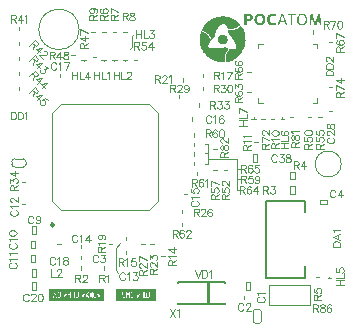
<source format=gto>
G04*
G04 #@! TF.GenerationSoftware,Altium Limited,Altium Designer,24.9.1 (31)*
G04*
G04 Layer_Color=65535*
%FSLAX43Y43*%
%MOMM*%
G71*
G04*
G04 #@! TF.SameCoordinates,966C214A-C48B-4C11-AD4A-F44F92C35951*
G04*
G04*
G04 #@! TF.FilePolarity,Positive*
G04*
G01*
G75*
%ADD10C,0.100*%
%ADD11C,0.120*%
%ADD12C,0.250*%
%ADD13C,0.200*%
%ADD14C,0.150*%
G36*
X6132Y-1176D02*
X6148Y-1181D01*
X6205Y-1195D01*
X6260Y-1217D01*
X6304Y-1244D01*
X6312Y-1252D01*
X6323Y-1257D01*
X6353Y-1287D01*
X6358Y-1298D01*
X6380Y-1331D01*
X6402Y-1386D01*
X6407Y-1424D01*
X6413Y-1446D01*
X6407Y-1571D01*
X6402Y-1587D01*
X6388Y-1623D01*
X6377Y-1650D01*
X6355Y-1683D01*
X6347Y-1691D01*
X6344Y-1699D01*
X6342Y-1702D01*
X6306Y-1737D01*
X6295Y-1743D01*
X6284Y-1753D01*
X6203Y-1792D01*
X6165Y-1802D01*
X6121Y-1813D01*
X6066Y-1819D01*
X5963Y-1824D01*
X5900Y-1827D01*
X5898Y-2119D01*
X5699Y-2116D01*
X5701Y-1170D01*
X6132Y-1176D01*
D02*
G37*
G36*
X4043Y-1408D02*
X4131Y-1413D01*
X4147Y-1419D01*
X4210Y-1427D01*
X4237Y-1432D01*
X4269Y-1438D01*
X4291Y-1443D01*
X4319Y-1449D01*
X4406Y-1471D01*
X4436Y-1479D01*
X4569Y-1525D01*
X4613Y-1541D01*
X4659Y-1560D01*
X4752Y-1604D01*
X4763Y-1610D01*
X4844Y-1653D01*
X4888Y-1680D01*
X4899Y-1686D01*
X4932Y-1708D01*
X4943Y-1713D01*
X4981Y-1740D01*
X4992Y-1746D01*
X5002Y-1757D01*
X5013Y-1762D01*
X5081Y-1814D01*
X5090Y-1822D01*
X5101Y-1828D01*
X5117Y-1844D01*
X5128Y-1849D01*
X5155Y-1877D01*
X5166Y-1882D01*
X5220Y-1937D01*
X5231Y-1942D01*
X5278Y-1988D01*
X5283Y-1999D01*
X5338Y-2054D01*
X5343Y-2065D01*
X5370Y-2092D01*
X5365Y-2108D01*
X5291Y-2182D01*
X5280Y-2187D01*
X5253Y-2214D01*
X5242Y-2220D01*
X5226Y-2236D01*
X5215Y-2242D01*
X5204Y-2253D01*
X5193Y-2258D01*
X5155Y-2285D01*
X5144Y-2291D01*
X5106Y-2318D01*
X4970Y-2383D01*
X4915Y-2405D01*
X4861Y-2422D01*
X4823Y-2432D01*
X4779Y-2443D01*
X4714Y-2454D01*
X4692Y-2460D01*
X4605Y-2465D01*
X4408Y-2460D01*
X4392Y-2454D01*
X4329Y-2446D01*
X4313Y-2441D01*
X4297Y-2402D01*
X4226Y-2266D01*
X4152Y-2154D01*
X4139Y-2135D01*
X4114Y-2105D01*
X4054Y-2029D01*
X4030Y-2005D01*
X4024Y-1994D01*
X3983Y-1953D01*
X3962Y-1958D01*
X3858Y-2013D01*
X3825Y-2035D01*
X3814Y-2040D01*
X3746Y-2092D01*
X3727Y-2105D01*
X3711Y-2122D01*
X3700Y-2127D01*
X3583Y-2244D01*
X3577Y-2255D01*
X3550Y-2283D01*
X3545Y-2293D01*
X3534Y-2304D01*
X3528Y-2315D01*
X3517Y-2326D01*
X3512Y-2337D01*
X3501Y-2348D01*
X3496Y-2359D01*
X3457Y-2413D01*
X3452Y-2424D01*
X3425Y-2468D01*
X3327Y-2669D01*
X3305Y-2724D01*
X3291Y-2759D01*
X3256Y-2871D01*
X3237Y-2923D01*
X3220Y-2966D01*
X3199Y-3021D01*
X3125Y-3160D01*
X3103Y-3193D01*
X3098Y-3204D01*
X3087Y-3214D01*
X3081Y-3225D01*
X3071Y-3236D01*
X3065Y-3247D01*
X3049Y-3263D01*
X3043Y-3274D01*
X2981Y-3337D01*
X2970Y-3343D01*
X2953Y-3359D01*
X2932Y-3370D01*
X2910Y-3310D01*
X2888Y-3255D01*
X2861Y-3195D01*
X2836Y-3154D01*
X2809Y-3105D01*
X2782Y-3067D01*
X2776Y-3056D01*
X2738Y-3007D01*
X2714Y-2977D01*
X2700Y-2958D01*
X2667Y-2926D01*
X2662Y-2915D01*
X2637Y-2890D01*
X2626Y-2885D01*
X2577Y-2836D01*
X2566Y-2830D01*
X2545Y-2808D01*
X2534Y-2803D01*
X2523Y-2792D01*
X2512Y-2787D01*
X2441Y-2738D01*
X2430Y-2732D01*
X2387Y-2705D01*
X2283Y-2656D01*
X2229Y-2634D01*
X2141Y-2607D01*
X2076Y-2590D01*
X2068Y-2588D01*
X2073Y-2566D01*
X2171Y-2375D01*
X2199Y-2332D01*
X2204Y-2321D01*
X2231Y-2283D01*
X2237Y-2272D01*
X2264Y-2234D01*
X2269Y-2223D01*
X2280Y-2212D01*
X2286Y-2201D01*
X2297Y-2190D01*
X2302Y-2179D01*
X2319Y-2163D01*
X2324Y-2152D01*
X2335Y-2141D01*
X2340Y-2130D01*
X2368Y-2103D01*
X2373Y-2092D01*
X2406Y-2059D01*
X2411Y-2048D01*
X2517Y-1942D01*
X2528Y-1937D01*
X2561Y-1904D01*
X2572Y-1898D01*
X2605Y-1866D01*
X2616Y-1860D01*
X2626Y-1849D01*
X2637Y-1844D01*
X2648Y-1833D01*
X2659Y-1828D01*
X2670Y-1817D01*
X2681Y-1811D01*
X2692Y-1800D01*
X2703Y-1795D01*
X2741Y-1768D01*
X2752Y-1762D01*
X2763Y-1751D01*
X2774Y-1746D01*
X2812Y-1719D01*
X2823Y-1713D01*
X2855Y-1691D01*
X2866Y-1686D01*
X2910Y-1659D01*
X2921Y-1653D01*
X3002Y-1610D01*
X3106Y-1560D01*
X3133Y-1550D01*
X3171Y-1533D01*
X3207Y-1520D01*
X3335Y-1479D01*
X3373Y-1468D01*
X3438Y-1452D01*
X3444D01*
X3460Y-1446D01*
X3496Y-1438D01*
X3528Y-1432D01*
X3556Y-1427D01*
X3588Y-1422D01*
X3675Y-1411D01*
X3735Y-1405D01*
X4027Y-1402D01*
X4043Y-1408D01*
D02*
G37*
G36*
X5430Y-2168D02*
X5436Y-2179D01*
X5512Y-2288D01*
X5517Y-2299D01*
X5539Y-2337D01*
X5566Y-2381D01*
X5648Y-2550D01*
X5659Y-2577D01*
X5675Y-2615D01*
X5689Y-2650D01*
X5719Y-2746D01*
X5741Y-2822D01*
X5757Y-2887D01*
X5774Y-2980D01*
X5779Y-3002D01*
X5787Y-3065D01*
X5793Y-3141D01*
X5798Y-3201D01*
X5801Y-3487D01*
X5795Y-3503D01*
X5790Y-3596D01*
X5784Y-3612D01*
X5776Y-3669D01*
X5771Y-3702D01*
X5760Y-3757D01*
X5749Y-3800D01*
X5744Y-3828D01*
X5735Y-3857D01*
X5725Y-3896D01*
X5673Y-4045D01*
X5651Y-4100D01*
X5624Y-4160D01*
X5613Y-4187D01*
X5542Y-4318D01*
X5509Y-4372D01*
X5471Y-4432D01*
X5449Y-4465D01*
X5441Y-4473D01*
X5436Y-4484D01*
X5384Y-4552D01*
X5376Y-4560D01*
X5370Y-4571D01*
X5354Y-4588D01*
X5348Y-4599D01*
X5321Y-4626D01*
X5316Y-4637D01*
X5261Y-4691D01*
X5256Y-4702D01*
X5193Y-4765D01*
X5182Y-4770D01*
X5139Y-4814D01*
X5128Y-4819D01*
X5101Y-4847D01*
X5090Y-4852D01*
X5068Y-4874D01*
X5057Y-4879D01*
X5046Y-4890D01*
X5035Y-4896D01*
X5024Y-4907D01*
X5013Y-4912D01*
X5002Y-4923D01*
X4992Y-4928D01*
X4981Y-4939D01*
X4970Y-4945D01*
X4932Y-4972D01*
X4921Y-4977D01*
X4888Y-4999D01*
X4877Y-5005D01*
X4844Y-5026D01*
X4784Y-5059D01*
X4616Y-5141D01*
X4534Y-5174D01*
X4498Y-5187D01*
X4381Y-5223D01*
X4343Y-5234D01*
X4299Y-5244D01*
X4264Y-5253D01*
X4231Y-5258D01*
X4190Y-5266D01*
X4177Y-5220D01*
X4166Y-5176D01*
X4158Y-5141D01*
X4152Y-5108D01*
X4144Y-5035D01*
X4139Y-4996D01*
X4144Y-4778D01*
X4150Y-4762D01*
X4158Y-4710D01*
X4160Y-4708D01*
X4166Y-4664D01*
X4171Y-4648D01*
X4177Y-4626D01*
X4218Y-4509D01*
X4229Y-4481D01*
X4256Y-4422D01*
X4264Y-4413D01*
X4297Y-4353D01*
X4324Y-4315D01*
X4340Y-4288D01*
X4392Y-4220D01*
X4419Y-4182D01*
X4474Y-4187D01*
X4561Y-4193D01*
X4768Y-4187D01*
X4784Y-4182D01*
X4847Y-4174D01*
X4913Y-4163D01*
X4940Y-4157D01*
X5005Y-4141D01*
X5016Y-4114D01*
X5011Y-3928D01*
X5005Y-3912D01*
X4997Y-3866D01*
X4975Y-3778D01*
X4943Y-3686D01*
X4926Y-3642D01*
X4913Y-3612D01*
X4814Y-3422D01*
X4793Y-3389D01*
X4787Y-3378D01*
X4722Y-3280D01*
X4656Y-3193D01*
X4618Y-3144D01*
X4607Y-3133D01*
X4602Y-3122D01*
X4580Y-3100D01*
X4575Y-3089D01*
X4542Y-3056D01*
X4537Y-3046D01*
X4498Y-3007D01*
X4493Y-2996D01*
X4460Y-2964D01*
X4455Y-2953D01*
X4433Y-2931D01*
X4428Y-2920D01*
X4373Y-2844D01*
X4319Y-2729D01*
X4308Y-2691D01*
X4297Y-2648D01*
X4291Y-2577D01*
X4297Y-2539D01*
X4302Y-2528D01*
X4305Y-2525D01*
X4321Y-2531D01*
X4414Y-2541D01*
X4436Y-2547D01*
X4556Y-2552D01*
X4692Y-2547D01*
X4708Y-2541D01*
X4765Y-2533D01*
X4820Y-2522D01*
X4863Y-2511D01*
X4910Y-2498D01*
X4945Y-2484D01*
X4989Y-2468D01*
X5016Y-2457D01*
X5076Y-2430D01*
X5180Y-2370D01*
X5212Y-2348D01*
X5231Y-2334D01*
X5299Y-2283D01*
X5319Y-2263D01*
X5329Y-2258D01*
X5422Y-2165D01*
X5430Y-2168D01*
D02*
G37*
G36*
X3956Y-2945D02*
X3972Y-2950D01*
X4011Y-2961D01*
X4013Y-2964D01*
X4041Y-2975D01*
X4087Y-2999D01*
X4155Y-3051D01*
X4188Y-3084D01*
X4193Y-3095D01*
X4210Y-3111D01*
X4215Y-3122D01*
X4237Y-3154D01*
X4253Y-3193D01*
X4264Y-3220D01*
X4280Y-3285D01*
X4286Y-3372D01*
X4280Y-3411D01*
X4267Y-3468D01*
X4250Y-3511D01*
X4210Y-3585D01*
X4185Y-3615D01*
X4125Y-3675D01*
X4114Y-3680D01*
X4076Y-3708D01*
X4038Y-3724D01*
X4011Y-3735D01*
X3972Y-3746D01*
X3907Y-3757D01*
X3793Y-3751D01*
X3776Y-3746D01*
X3754Y-3740D01*
X3727Y-3729D01*
X3645Y-3686D01*
X3596Y-3648D01*
X3561Y-3612D01*
X3556Y-3601D01*
X3539Y-3585D01*
X3534Y-3574D01*
X3512Y-3536D01*
X3490Y-3487D01*
X3479Y-3449D01*
X3474Y-3427D01*
X3468Y-3389D01*
X3474Y-3258D01*
X3479Y-3242D01*
X3498Y-3190D01*
X3507Y-3171D01*
X3528Y-3133D01*
X3580Y-3065D01*
X3607Y-3037D01*
X3618Y-3032D01*
X3635Y-3016D01*
X3645Y-3010D01*
X3678Y-2988D01*
X3727Y-2966D01*
X3782Y-2950D01*
X3804Y-2945D01*
X3858Y-2939D01*
X3956Y-2945D01*
D02*
G37*
G36*
X2076Y-2661D02*
X2092Y-2667D01*
X2131Y-2678D01*
X2182Y-2697D01*
X2264Y-2729D01*
X2392Y-2798D01*
X2460Y-2844D01*
X2463Y-2847D01*
X2468D01*
X2485Y-2863D01*
X2496Y-2868D01*
X2507Y-2879D01*
X2517Y-2885D01*
X2556Y-2923D01*
X2566Y-2928D01*
X2629Y-2991D01*
X2635Y-3002D01*
X2667Y-3035D01*
X2673Y-3046D01*
X2689Y-3062D01*
X2695Y-3073D01*
X2705Y-3084D01*
X2711Y-3095D01*
X2722Y-3105D01*
X2744Y-3144D01*
X2771Y-3187D01*
X2836Y-3323D01*
X2858Y-3378D01*
X2863Y-3400D01*
X2847Y-3416D01*
X2842Y-3427D01*
X2814Y-3465D01*
X2809Y-3476D01*
X2787Y-3509D01*
X2782Y-3520D01*
X2754Y-3563D01*
X2678Y-3721D01*
X2645Y-3803D01*
X2618Y-3890D01*
X2607Y-3928D01*
X2610Y-3937D01*
X2621Y-3942D01*
X2659Y-3969D01*
X2670Y-3975D01*
X2806Y-4040D01*
X2893Y-4067D01*
X2932Y-4078D01*
X2967Y-4086D01*
X2994Y-4092D01*
X3027Y-4097D01*
X3101Y-4105D01*
X3122Y-4111D01*
X3242Y-4116D01*
X3498Y-4111D01*
X3515Y-4105D01*
X3591Y-4100D01*
X3607Y-4095D01*
X3670Y-4086D01*
X3697Y-4081D01*
X3730Y-4075D01*
X3757Y-4070D01*
X3779Y-4065D01*
X3834Y-4054D01*
X3855Y-4048D01*
X3921Y-4037D01*
X3964Y-4032D01*
X4147Y-4029D01*
X4163Y-4035D01*
X4210Y-4043D01*
X4269Y-4065D01*
X4297Y-4075D01*
X4305Y-4084D01*
X4332Y-4100D01*
X4357Y-4119D01*
X4351Y-4135D01*
X4335Y-4152D01*
X4329Y-4163D01*
X4308Y-4184D01*
X4302Y-4195D01*
X4286Y-4212D01*
X4280Y-4223D01*
X4226Y-4299D01*
X4182Y-4381D01*
X4144Y-4462D01*
X4122Y-4517D01*
X4095Y-4604D01*
X4079Y-4669D01*
X4068Y-4735D01*
X4062Y-4757D01*
X4057Y-4828D01*
X4051Y-4866D01*
X4057Y-5045D01*
X4062Y-5062D01*
X4071Y-5125D01*
X4081Y-5179D01*
X4092Y-5223D01*
X4101Y-5253D01*
X4106Y-5269D01*
X4098Y-5277D01*
X3981Y-5285D01*
X3765Y-5288D01*
X3749Y-5283D01*
X3643Y-5274D01*
X3572Y-5263D01*
X3539Y-5258D01*
X3485Y-5247D01*
X3376Y-5220D01*
X3346Y-5212D01*
X3245Y-5176D01*
X3201Y-5160D01*
X3147Y-5138D01*
X3117Y-5125D01*
X2893Y-5010D01*
X2855Y-4988D01*
X2817Y-4961D01*
X2779Y-4939D01*
X2673Y-4860D01*
X2654Y-4847D01*
X2643Y-4836D01*
X2632Y-4830D01*
X2610Y-4808D01*
X2599Y-4803D01*
X2566Y-4770D01*
X2556Y-4765D01*
X2422Y-4631D01*
X2417Y-4620D01*
X2384Y-4588D01*
X2378Y-4577D01*
X2357Y-4555D01*
X2351Y-4544D01*
X2335Y-4528D01*
X2329Y-4517D01*
X2319Y-4506D01*
X2313Y-4495D01*
X2297Y-4479D01*
X2291Y-4468D01*
X2237Y-4392D01*
X2231Y-4381D01*
X2193Y-4321D01*
X2188Y-4310D01*
X2166Y-4272D01*
X2068Y-4070D01*
X2046Y-4016D01*
X2032Y-3980D01*
X2002Y-3885D01*
X1981Y-3808D01*
X1964Y-3743D01*
X1948Y-3650D01*
X1943Y-3629D01*
X1937Y-3590D01*
X1932Y-3536D01*
X1926Y-3514D01*
X1921Y-3362D01*
X1926Y-3122D01*
X1932Y-3105D01*
X1940Y-3032D01*
X1945Y-2999D01*
X1951Y-2972D01*
X1956Y-2939D01*
X1962Y-2912D01*
X1989Y-2803D01*
X2008Y-2740D01*
X2019Y-2713D01*
X2038Y-2656D01*
X2076Y-2661D01*
D02*
G37*
G36*
X7080Y-1159D02*
X7135Y-1165D01*
X7151Y-1170D01*
X7181Y-1178D01*
X7225Y-1195D01*
X7271Y-1219D01*
X7323Y-1255D01*
X7372Y-1304D01*
X7377Y-1315D01*
X7388Y-1326D01*
X7393Y-1337D01*
X7415Y-1369D01*
X7432Y-1407D01*
X7443Y-1435D01*
X7453Y-1473D01*
X7464Y-1516D01*
X7470Y-1554D01*
X7475Y-1609D01*
X7470Y-1762D01*
X7464Y-1778D01*
X7451Y-1835D01*
X7429Y-1895D01*
X7393Y-1958D01*
X7355Y-2007D01*
X7320Y-2042D01*
X7309Y-2048D01*
X7298Y-2059D01*
X7287Y-2064D01*
X7195Y-2108D01*
X7156Y-2119D01*
X7135Y-2124D01*
X7058Y-2135D01*
X6917Y-2129D01*
X6900Y-2124D01*
X6865Y-2116D01*
X6821Y-2099D01*
X6794Y-2089D01*
X6740Y-2056D01*
X6731Y-2048D01*
X6720Y-2042D01*
X6699Y-2020D01*
X6688Y-2015D01*
X6674Y-2001D01*
X6669Y-1990D01*
X6652Y-1974D01*
X6647Y-1963D01*
X6636Y-1952D01*
X6592Y-1860D01*
X6576Y-1805D01*
X6571Y-1783D01*
Y-1778D01*
Y-1772D01*
X6565Y-1756D01*
X6560Y-1685D01*
X6565Y-1527D01*
X6571Y-1511D01*
X6579Y-1475D01*
X6601Y-1416D01*
X6611Y-1388D01*
X6650Y-1328D01*
X6663Y-1309D01*
X6674Y-1298D01*
X6680Y-1287D01*
X6704Y-1263D01*
X6715Y-1257D01*
X6731Y-1241D01*
X6742Y-1236D01*
X6753Y-1225D01*
X6846Y-1181D01*
X6884Y-1170D01*
X6919Y-1162D01*
X6963Y-1157D01*
X7064Y-1154D01*
X7080Y-1159D01*
D02*
G37*
G36*
X7769Y-2012D02*
X7731Y-1974D01*
X7726Y-1963D01*
X7715Y-1952D01*
X7666Y-1849D01*
X7655Y-1811D01*
X7644Y-1767D01*
X7639Y-1696D01*
X7636Y-1644D01*
X7641Y-1568D01*
X7652Y-1503D01*
X7658Y-1481D01*
X7666Y-1451D01*
X7677Y-1424D01*
X7720Y-1342D01*
X7731Y-1331D01*
X7737Y-1320D01*
X7753Y-1304D01*
X7759Y-1293D01*
X7778Y-1274D01*
X7789Y-1268D01*
X7810Y-1247D01*
X7821Y-1241D01*
X7854Y-1219D01*
X7914Y-1192D01*
X7985Y-1170D01*
X8023Y-1165D01*
X8045Y-1159D01*
X8132Y-1154D01*
X8241Y-1159D01*
X8257Y-1165D01*
X8298Y-1173D01*
X8320Y-1178D01*
X8374Y-1200D01*
X8366Y-1241D01*
X8361Y-1263D01*
X8353Y-1293D01*
X8336Y-1358D01*
X8331Y-1369D01*
X8328Y-1372D01*
X8301Y-1361D01*
X8235Y-1350D01*
X8197Y-1345D01*
X8066Y-1350D01*
X8039Y-1361D01*
X8004Y-1375D01*
X7949Y-1407D01*
X7906Y-1451D01*
X7900Y-1462D01*
X7873Y-1522D01*
X7862Y-1565D01*
X7857Y-1604D01*
X7862Y-1729D01*
X7868Y-1745D01*
X7881Y-1781D01*
X7892Y-1808D01*
X7900Y-1816D01*
X7906Y-1827D01*
X7930Y-1857D01*
X7952Y-1879D01*
X7963Y-1884D01*
X7974Y-1895D01*
X8023Y-1917D01*
X8061Y-1928D01*
X8083Y-1933D01*
X8137Y-1939D01*
X8246Y-1933D01*
X8263Y-1928D01*
X8284Y-1922D01*
X8320Y-1909D01*
X8334Y-1906D01*
X8342Y-1936D01*
X8358Y-2001D01*
X8366Y-2037D01*
X8372Y-2059D01*
X8374Y-2078D01*
X8366Y-2086D01*
X8312Y-2108D01*
X8274Y-2119D01*
X8230Y-2129D01*
X8175Y-2135D01*
X8012Y-2129D01*
X7996Y-2124D01*
X7960Y-2116D01*
X7938Y-2110D01*
X7884Y-2089D01*
X7810Y-2048D01*
X7799Y-2037D01*
X7789Y-2031D01*
X7772Y-2015D01*
X7769Y-2012D01*
D02*
G37*
G36*
X8987Y-1176D02*
X9007Y-1222D01*
X9020Y-1257D01*
X9184Y-1693D01*
X9186Y-1696D01*
Y-1702D01*
X9200Y-1737D01*
X9331Y-2086D01*
X9339Y-2116D01*
X9216Y-2119D01*
X9208Y-2110D01*
X9189Y-2059D01*
X9173Y-2015D01*
X9151Y-1955D01*
X9118Y-1868D01*
X8718Y-1871D01*
X8707Y-1898D01*
X8688Y-1950D01*
X8660Y-2026D01*
X8639Y-2086D01*
X8628Y-2119D01*
X8505Y-2116D01*
X8527Y-2061D01*
X8541Y-2026D01*
X8552Y-1999D01*
X8584Y-1911D01*
X8595Y-1884D01*
X8628Y-1797D01*
X8639Y-1770D01*
X8671Y-1683D01*
X8682Y-1655D01*
X8715Y-1568D01*
X8726Y-1541D01*
X8759Y-1454D01*
X8769Y-1426D01*
X8802Y-1339D01*
X8813Y-1312D01*
X8846Y-1225D01*
X8868Y-1170D01*
X8987Y-1176D01*
D02*
G37*
G36*
X9639Y-1740D02*
X9636Y-1285D01*
X9361Y-1282D01*
X9363Y-1170D01*
X10042Y-1173D01*
X10039Y-1285D01*
X9761Y-1290D01*
X9756Y-2119D01*
X9639Y-2116D01*
X9639Y-1745D01*
X9639Y-1740D01*
D02*
G37*
G36*
X10677Y-1165D02*
X10693Y-1170D01*
X10737Y-1181D01*
X10764Y-1192D01*
X10835Y-1230D01*
X10884Y-1268D01*
X10914Y-1298D01*
X10919Y-1309D01*
X10930Y-1320D01*
X10936Y-1331D01*
X10958Y-1364D01*
X10979Y-1413D01*
X10993Y-1448D01*
X11004Y-1492D01*
X11009Y-1519D01*
X11015Y-1552D01*
X11020Y-1623D01*
X11023Y-1663D01*
X11017Y-1680D01*
X11012Y-1778D01*
X11007Y-1794D01*
X10998Y-1824D01*
X10993Y-1846D01*
X10971Y-1901D01*
X10947Y-1947D01*
X10895Y-2015D01*
X10862Y-2048D01*
X10851Y-2053D01*
X10840Y-2064D01*
X10748Y-2108D01*
X10710Y-2119D01*
X10688Y-2124D01*
X10650Y-2129D01*
X10568Y-2135D01*
X10552Y-2129D01*
X10486Y-2124D01*
X10470Y-2119D01*
X10418Y-2099D01*
X10344Y-2059D01*
X10334Y-2048D01*
X10323Y-2042D01*
X10265Y-1985D01*
X10260Y-1974D01*
X10249Y-1963D01*
X10200Y-1860D01*
X10184Y-1805D01*
X10178Y-1783D01*
X10173Y-1745D01*
X10167Y-1691D01*
X10173Y-1527D01*
X10178Y-1511D01*
X10186Y-1475D01*
X10208Y-1416D01*
X10219Y-1388D01*
X10252Y-1334D01*
X10295Y-1279D01*
X10334Y-1241D01*
X10344Y-1236D01*
X10350Y-1230D01*
X10355D01*
X10366Y-1219D01*
X10377Y-1214D01*
X10448Y-1181D01*
X10513Y-1165D01*
X10584Y-1159D01*
X10677Y-1165D01*
D02*
G37*
G36*
X12099Y-1170D02*
X12118Y-1173D01*
X12126Y-1274D01*
X12137Y-1394D01*
X12143Y-1459D01*
X12154Y-1579D01*
X12159Y-1644D01*
X12170Y-1764D01*
X12175Y-1830D01*
X12186Y-1950D01*
X12192Y-2015D01*
X12197Y-2075D01*
X12200Y-2116D01*
X12083Y-2119D01*
X12075Y-2089D01*
X12066Y-1971D01*
X12061Y-1901D01*
X12050Y-1770D01*
X12045Y-1699D01*
X12028Y-1503D01*
X12023Y-1432D01*
X12017Y-1394D01*
X11813Y-2023D01*
X11780Y-2116D01*
X11652Y-2119D01*
X11639Y-2083D01*
X11617Y-2012D01*
X11418Y-1394D01*
X11413Y-1416D01*
X11402Y-1546D01*
X11396Y-1617D01*
X11380Y-1813D01*
X11374Y-1884D01*
X11358Y-2080D01*
X11353Y-2119D01*
X11230Y-2116D01*
X11235Y-2029D01*
X11241Y-2007D01*
X11249Y-1895D01*
X11255Y-1830D01*
X11260Y-1770D01*
X11271Y-1639D01*
X11276Y-1579D01*
X11287Y-1448D01*
X11293Y-1388D01*
X11298Y-1323D01*
X11304Y-1263D01*
X11309Y-1198D01*
X11314Y-1170D01*
X11464Y-1173D01*
X11472Y-1203D01*
X11486Y-1249D01*
X11519Y-1353D01*
X11546Y-1440D01*
X11579Y-1544D01*
X11606Y-1631D01*
X11639Y-1734D01*
X11693Y-1909D01*
X11718Y-1977D01*
X11780Y-1772D01*
X11955Y-1206D01*
X11968Y-1170D01*
X12094Y-1170D01*
X12099Y-1170D01*
D02*
G37*
G36*
X-1762Y-25500D02*
X-5200D01*
Y-24500D01*
X-1762D01*
Y-25500D01*
D02*
G37*
G36*
X-6200D02*
X-10800D01*
Y-24500D01*
X-6200D01*
Y-25500D01*
D02*
G37*
%LPC*%
G36*
X6001Y-1350D02*
X5898Y-1356D01*
X5895Y-1642D01*
X6023Y-1644D01*
X6039Y-1639D01*
X6094Y-1634D01*
X6154Y-1601D01*
X6178Y-1576D01*
X6184Y-1565D01*
X6195Y-1538D01*
X6200Y-1500D01*
X6195Y-1451D01*
X6167Y-1402D01*
X6154Y-1388D01*
X6105Y-1366D01*
X6083Y-1361D01*
X6007Y-1350D01*
X6001D01*
D02*
G37*
G36*
X6966Y-1339D02*
X6949Y-1345D01*
X6922Y-1356D01*
X6873Y-1383D01*
X6838Y-1418D01*
X6832Y-1429D01*
X6810Y-1462D01*
X6799Y-1489D01*
X6789Y-1527D01*
X6783Y-1549D01*
X6778Y-1587D01*
X6772Y-1669D01*
X6778Y-1685D01*
X6783Y-1756D01*
X6794Y-1783D01*
X6808Y-1819D01*
X6813Y-1830D01*
X6816Y-1832D01*
X6838Y-1871D01*
X6884Y-1917D01*
X6944Y-1944D01*
X6979Y-1952D01*
X7064Y-1955D01*
X7080Y-1950D01*
X7102Y-1944D01*
X7162Y-1911D01*
X7197Y-1876D01*
X7203Y-1865D01*
X7225Y-1832D01*
X7230Y-1811D01*
X7241Y-1783D01*
X7252Y-1718D01*
X7257Y-1663D01*
X7252Y-1554D01*
X7246Y-1538D01*
X7238Y-1503D01*
X7211Y-1443D01*
X7189Y-1410D01*
X7162Y-1383D01*
X7151Y-1377D01*
X7118Y-1356D01*
X7088Y-1347D01*
X7066Y-1342D01*
X6966Y-1339D01*
D02*
G37*
G36*
X8917Y-1312D02*
X8808Y-1612D01*
X8791Y-1655D01*
X8769Y-1715D01*
X8759Y-1753D01*
X9072Y-1751D01*
X9064Y-1721D01*
X9042Y-1661D01*
X8944Y-1383D01*
X8922Y-1317D01*
X8919Y-1315D01*
X8917Y-1312D01*
D02*
G37*
G36*
X10601Y-1274D02*
X10530Y-1279D01*
X10513Y-1285D01*
X10478Y-1298D01*
X10445Y-1315D01*
X10426Y-1328D01*
X10396Y-1353D01*
X10380Y-1369D01*
X10374Y-1380D01*
X10363Y-1391D01*
X10331Y-1462D01*
X10320Y-1489D01*
X10304Y-1582D01*
X10301Y-1655D01*
X10306Y-1732D01*
X10312Y-1764D01*
X10323Y-1808D01*
X10339Y-1852D01*
X10363Y-1898D01*
X10388Y-1928D01*
X10426Y-1966D01*
X10437Y-1971D01*
X10508Y-2004D01*
X10530Y-2010D01*
X10568Y-2015D01*
X10622Y-2020D01*
X10639Y-2015D01*
X10688Y-2010D01*
X10715Y-1999D01*
X10764Y-1971D01*
X10794Y-1947D01*
X10821Y-1920D01*
X10827Y-1909D01*
X10849Y-1876D01*
X10859Y-1849D01*
X10865Y-1838D01*
Y-1832D01*
X10876Y-1794D01*
X10881Y-1772D01*
X10892Y-1696D01*
X10887Y-1533D01*
X10881Y-1516D01*
X10873Y-1481D01*
X10857Y-1437D01*
X10832Y-1391D01*
X10808Y-1361D01*
X10799Y-1353D01*
X10794Y-1342D01*
X10775Y-1328D01*
X10742Y-1307D01*
X10715Y-1296D01*
X10677Y-1285D01*
X10655Y-1279D01*
X10601Y-1274D01*
D02*
G37*
G36*
X-4001Y-24700D02*
X-4301D01*
X-4304Y-24701D01*
X-4310Y-24704D01*
X-4313Y-24707D01*
X-4314Y-24707D01*
Y-24708D01*
X-4318Y-24715D01*
X-4320Y-24721D01*
Y-24724D01*
X-4321Y-24727D01*
Y-24700D01*
D01*
Y-25228D01*
D01*
Y-25203D01*
X-4320Y-25208D01*
X-4319Y-25212D01*
X-4316Y-25219D01*
X-4313Y-25223D01*
X-4312Y-25224D01*
X-4305Y-25226D01*
X-4299Y-25228D01*
X-4296Y-25228D01*
X-4296D01*
X-4288Y-25228D01*
X-4282Y-25226D01*
X-4279Y-25223D01*
X-4277Y-25223D01*
X-4274Y-25220D01*
X-4273Y-25217D01*
X-4270Y-25210D01*
X-4269Y-25206D01*
Y-25204D01*
Y-25203D01*
Y-24801D01*
X-4172Y-24979D01*
X-4169Y-24984D01*
X-4165Y-24988D01*
X-4161Y-24990D01*
X-4158Y-24992D01*
X-4155Y-24993D01*
X-4152Y-24993D01*
X-4150D01*
X-4145Y-24993D01*
X-4141Y-24991D01*
X-4134Y-24986D01*
X-4131Y-24984D01*
X-4129Y-24982D01*
X-4128Y-24980D01*
X-4127Y-24979D01*
X-4029Y-24801D01*
Y-25203D01*
X-4028Y-25208D01*
X-4027Y-25212D01*
X-4024Y-25219D01*
X-4022Y-25223D01*
X-4020Y-25224D01*
X-4013Y-25226D01*
X-4007Y-25228D01*
X-4004Y-25228D01*
X-4004D01*
X-3996Y-25228D01*
X-3990Y-25225D01*
X-3986Y-25223D01*
X-3985Y-25222D01*
X-3980Y-25216D01*
X-3978Y-25210D01*
X-3977Y-25206D01*
Y-24729D01*
X-3979Y-24721D01*
X-3981Y-24714D01*
X-3983Y-24710D01*
X-3985Y-24709D01*
X-3987Y-24706D01*
X-3990Y-24704D01*
X-3996Y-24701D01*
X-4001Y-24700D01*
D02*
G37*
G36*
X-3710Y-24704D02*
X-3803D01*
X-3812Y-24704D01*
X-3820Y-24705D01*
X-3837Y-24709D01*
X-3851Y-24715D01*
X-3863Y-24721D01*
X-3873Y-24728D01*
X-3880Y-24733D01*
X-3883Y-24736D01*
X-3885Y-24738D01*
X-3885Y-24738D01*
X-3886Y-24739D01*
X-3892Y-24746D01*
X-3897Y-24752D01*
X-3905Y-24767D01*
X-3911Y-24780D01*
X-3915Y-24793D01*
X-3918Y-24804D01*
X-3919Y-24809D01*
Y-24812D01*
X-3920Y-24816D01*
Y-24704D01*
D01*
Y-25228D01*
D01*
Y-25112D01*
X-3919Y-25121D01*
X-3918Y-25130D01*
X-3914Y-25146D01*
X-3908Y-25160D01*
X-3902Y-25172D01*
X-3895Y-25182D01*
X-3889Y-25189D01*
X-3887Y-25192D01*
X-3885Y-25194D01*
X-3885Y-25194D01*
X-3884Y-25195D01*
X-3877Y-25201D01*
X-3870Y-25206D01*
X-3857Y-25214D01*
X-3843Y-25220D01*
X-3830Y-25224D01*
X-3819Y-25227D01*
X-3815Y-25228D01*
X-3810D01*
X-3807Y-25228D01*
X-3712D01*
X-3707Y-25228D01*
X-3704Y-25227D01*
X-3698Y-25224D01*
X-3694Y-25222D01*
X-3693Y-25220D01*
X-3688Y-25214D01*
X-3686Y-25209D01*
X-3685Y-25205D01*
Y-25200D01*
X-3687Y-25197D01*
X-3689Y-25191D01*
X-3692Y-25187D01*
X-3693Y-25186D01*
X-3693D01*
X-3696Y-25183D01*
X-3700Y-25181D01*
X-3706Y-25178D01*
X-3710Y-25177D01*
X-3803D01*
X-3812Y-25177D01*
X-3821Y-25175D01*
X-3829Y-25172D01*
X-3835Y-25168D01*
X-3841Y-25165D01*
X-3845Y-25162D01*
X-3848Y-25160D01*
X-3849Y-25159D01*
X-3855Y-25152D01*
X-3860Y-25143D01*
X-3863Y-25136D01*
X-3866Y-25129D01*
X-3867Y-25122D01*
X-3868Y-25117D01*
Y-25114D01*
Y-25112D01*
Y-24820D01*
X-3867Y-24810D01*
X-3865Y-24801D01*
X-3862Y-24793D01*
X-3858Y-24786D01*
X-3854Y-24781D01*
X-3852Y-24777D01*
X-3849Y-24775D01*
X-3849Y-24774D01*
X-3841Y-24767D01*
X-3833Y-24763D01*
X-3826Y-24759D01*
X-3818Y-24757D01*
X-3812Y-24755D01*
X-3807Y-24755D01*
X-3712D01*
X-3707Y-24754D01*
X-3704Y-24753D01*
X-3698Y-24750D01*
X-3694Y-24748D01*
X-3693Y-24747D01*
X-3688Y-24741D01*
X-3686Y-24735D01*
X-3685Y-24731D01*
Y-24726D01*
X-3687Y-24723D01*
X-3689Y-24717D01*
X-3692Y-24713D01*
X-3693Y-24712D01*
X-3693D01*
X-3696Y-24709D01*
X-3700Y-24707D01*
X-3706Y-24704D01*
X-3710Y-24704D01*
D02*
G37*
G36*
X-2733D02*
X-2761D01*
X-2768Y-24705D01*
X-2773Y-24707D01*
X-2777Y-24710D01*
X-2778Y-24711D01*
X-2888Y-24821D01*
X-2890Y-24826D01*
X-2891Y-24829D01*
X-2894Y-24835D01*
X-2894Y-24837D01*
Y-24704D01*
D01*
Y-25228D01*
D01*
Y-24838D01*
X-2893Y-24846D01*
X-2891Y-24852D01*
X-2888Y-24855D01*
X-2887Y-24857D01*
X-2881Y-24861D01*
X-2875Y-24863D01*
X-2870Y-24864D01*
X-2868D01*
X-2861Y-24863D01*
X-2856Y-24860D01*
X-2852Y-24858D01*
X-2851Y-24857D01*
X-2785Y-24781D01*
Y-25203D01*
X-2784Y-25208D01*
X-2783Y-25212D01*
X-2780Y-25219D01*
X-2778Y-25223D01*
X-2776Y-25224D01*
X-2769Y-25226D01*
X-2763Y-25228D01*
X-2761Y-25228D01*
X-2894D01*
X-2760D01*
X-2752Y-25228D01*
X-2746Y-25225D01*
X-2742Y-25223D01*
X-2741Y-25222D01*
X-2736Y-25216D01*
X-2734Y-25210D01*
X-2733Y-25206D01*
Y-24725D01*
X-2735Y-24721D01*
X-2737Y-24716D01*
X-2740Y-24713D01*
X-2741Y-24711D01*
X-2741D01*
X-2748Y-24707D01*
X-2754Y-24704D01*
X-2758Y-24704D01*
X-2733D01*
D02*
G37*
G36*
X-3198Y-24849D02*
X-3200D01*
X-3207Y-24851D01*
X-3212Y-24853D01*
X-3215Y-24855D01*
X-3217Y-24856D01*
X-3220Y-24860D01*
X-3222Y-24865D01*
X-3224Y-24868D01*
X-3225Y-24869D01*
X-3290Y-25125D01*
X-3356Y-24869D01*
X-3358Y-24865D01*
X-3361Y-24861D01*
X-3364Y-24857D01*
X-3367Y-24854D01*
X-3369Y-24854D01*
X-3373Y-24851D01*
X-3377Y-24850D01*
X-3380Y-24849D01*
X-3290D01*
X-3407D01*
Y-25228D01*
D01*
Y-24875D01*
X-3407Y-24882D01*
X-3316Y-25208D01*
X-3312Y-25215D01*
X-3309Y-25220D01*
X-3306Y-25223D01*
X-3305Y-25224D01*
X-3300Y-25226D01*
X-3296Y-25228D01*
X-3292Y-25228D01*
X-3173D01*
X-3290D01*
X-3284Y-25228D01*
X-3279Y-25226D01*
X-3274Y-25222D01*
X-3271Y-25218D01*
X-3268Y-25214D01*
X-3267Y-25211D01*
X-3265Y-25209D01*
Y-25208D01*
X-3174Y-24884D01*
X-3174Y-24882D01*
X-3173Y-24878D01*
Y-24871D01*
X-3174Y-24867D01*
X-3177Y-24861D01*
X-3180Y-24858D01*
X-3180Y-24857D01*
X-3181D01*
X-3187Y-24852D01*
X-3194Y-24850D01*
X-3198Y-24849D01*
D02*
G37*
G36*
X-2313Y-24704D02*
X-2584D01*
Y-25228D01*
D01*
Y-25112D01*
X-2583Y-25121D01*
X-2582Y-25130D01*
X-2578Y-25146D01*
X-2573Y-25160D01*
X-2566Y-25172D01*
X-2559Y-25182D01*
X-2554Y-25189D01*
X-2551Y-25192D01*
X-2550Y-25194D01*
X-2549Y-25194D01*
X-2548Y-25195D01*
X-2542Y-25201D01*
X-2534Y-25206D01*
X-2520Y-25214D01*
X-2507Y-25220D01*
X-2494Y-25224D01*
X-2483Y-25227D01*
X-2479Y-25228D01*
X-2474D01*
X-2472Y-25228D01*
X-2431D01*
X-2422Y-25228D01*
X-2413Y-25227D01*
X-2397Y-25223D01*
X-2383Y-25217D01*
X-2370Y-25211D01*
X-2361Y-25206D01*
X-2353Y-25200D01*
X-2351Y-25197D01*
X-2349Y-25196D01*
X-2348Y-25194D01*
X-2347D01*
X-2341Y-25188D01*
X-2336Y-25181D01*
X-2327Y-25167D01*
X-2321Y-25153D01*
X-2317Y-25141D01*
X-2314Y-25129D01*
X-2313Y-25124D01*
Y-25121D01*
X-2313Y-25117D01*
Y-24820D01*
X-2313Y-24812D01*
X-2314Y-24803D01*
X-2318Y-24787D01*
X-2324Y-24773D01*
X-2330Y-24761D01*
X-2337Y-24752D01*
X-2342Y-24744D01*
X-2347Y-24740D01*
X-2347Y-24739D01*
X-2348Y-24738D01*
X-2355Y-24733D01*
X-2361Y-24727D01*
X-2375Y-24718D01*
X-2389Y-24712D01*
X-2403Y-24708D01*
X-2414Y-24705D01*
X-2418Y-24704D01*
X-2423D01*
X-2426Y-24704D01*
X-2313D01*
D01*
D02*
G37*
G36*
X-2624Y-25160D02*
X-2694D01*
Y-25228D01*
D01*
Y-25194D01*
X-2693Y-25200D01*
X-2693Y-25204D01*
X-2689Y-25212D01*
X-2687Y-25215D01*
X-2686Y-25217D01*
X-2685Y-25219D01*
X-2684Y-25220D01*
X-2681Y-25223D01*
X-2677Y-25225D01*
X-2668Y-25227D01*
X-2665Y-25228D01*
X-2662Y-25228D01*
X-2694D01*
X-2659D01*
X-2653Y-25228D01*
X-2648Y-25227D01*
X-2644Y-25225D01*
X-2640Y-25223D01*
X-2637Y-25221D01*
X-2635Y-25219D01*
X-2634Y-25218D01*
X-2633Y-25217D01*
X-2630Y-25213D01*
X-2627Y-25209D01*
X-2625Y-25202D01*
X-2625Y-25199D01*
X-2624Y-25197D01*
Y-25194D01*
X-2625Y-25189D01*
X-2625Y-25185D01*
X-2629Y-25177D01*
X-2631Y-25175D01*
X-2633Y-25172D01*
X-2634Y-25172D01*
X-2635Y-25171D01*
X-2639Y-25167D01*
X-2643Y-25164D01*
X-2647Y-25163D01*
X-2651Y-25161D01*
X-2654Y-25160D01*
X-2657Y-25160D01*
X-2624D01*
D02*
G37*
G36*
X-3807Y-25228D02*
X-3920D01*
X-3807D01*
D01*
D02*
G37*
G36*
X-4379Y-24704D02*
X-4650D01*
Y-25228D01*
D01*
Y-24906D01*
X-4648Y-24918D01*
X-4642Y-24939D01*
X-4634Y-24954D01*
X-4630Y-24959D01*
X-4626Y-24965D01*
X-4622Y-24970D01*
X-4619Y-24973D01*
X-4617Y-24976D01*
X-4617Y-24976D01*
X-4609Y-24982D01*
X-4602Y-24988D01*
X-4588Y-24996D01*
X-4574Y-25002D01*
X-4560Y-25005D01*
X-4550Y-25008D01*
X-4545Y-25009D01*
X-4541D01*
X-4538Y-25010D01*
X-4430D01*
Y-25112D01*
X-4431Y-25123D01*
X-4433Y-25132D01*
X-4437Y-25140D01*
X-4440Y-25146D01*
X-4444Y-25152D01*
X-4447Y-25155D01*
X-4449Y-25158D01*
X-4450Y-25159D01*
X-4458Y-25165D01*
X-4466Y-25169D01*
X-4474Y-25173D01*
X-4481Y-25175D01*
X-4487Y-25177D01*
X-4492Y-25177D01*
X-4588D01*
X-4592Y-25178D01*
X-4597Y-25179D01*
X-4602Y-25183D01*
X-4606Y-25186D01*
X-4608Y-25187D01*
Y-25188D01*
X-4611Y-25194D01*
X-4613Y-25199D01*
X-4614Y-25203D01*
Y-25203D01*
X-4613Y-25211D01*
X-4610Y-25217D01*
X-4608Y-25220D01*
X-4607Y-25221D01*
Y-25222D01*
X-4601Y-25226D01*
X-4594Y-25228D01*
X-4590Y-25228D01*
X-4497D01*
X-4488Y-25228D01*
X-4479Y-25227D01*
X-4463Y-25223D01*
X-4449Y-25217D01*
X-4436Y-25211D01*
X-4427Y-25206D01*
X-4419Y-25200D01*
X-4417Y-25197D01*
X-4415Y-25196D01*
X-4414Y-25194D01*
X-4413D01*
X-4407Y-25188D01*
X-4401Y-25181D01*
X-4393Y-25167D01*
X-4387Y-25153D01*
X-4383Y-25141D01*
X-4380Y-25129D01*
X-4379Y-25124D01*
Y-25121D01*
X-4379Y-25117D01*
Y-24725D01*
X-4380Y-24721D01*
X-4383Y-24716D01*
X-4386Y-24713D01*
X-4387Y-24711D01*
X-4387D01*
X-4393Y-24707D01*
X-4399Y-24704D01*
X-4404Y-24704D01*
X-4379D01*
D01*
D02*
G37*
%LPD*%
G36*
X-4007Y-24701D02*
X-4012Y-24702D01*
X-4019Y-24707D01*
X-4022Y-24710D01*
X-4024Y-24713D01*
X-4025Y-24715D01*
X-4026Y-24716D01*
X-4150Y-24923D01*
X-4273Y-24716D01*
X-4276Y-24712D01*
X-4279Y-24709D01*
X-4282Y-24705D01*
X-4285Y-24704D01*
X-4285Y-24703D01*
X-4289Y-24701D01*
X-4293Y-24700D01*
X-4002D01*
X-4007Y-24701D01*
D02*
G37*
G36*
X-3389Y-24851D02*
X-3395Y-24854D01*
X-3398Y-24857D01*
X-3400Y-24857D01*
Y-24858D01*
X-3404Y-24865D01*
X-3407Y-24870D01*
X-3407Y-24874D01*
Y-24849D01*
X-3385D01*
X-3389Y-24851D01*
D02*
G37*
G36*
X-2476Y-24704D02*
X-2485Y-24705D01*
X-2501Y-24709D01*
X-2515Y-24715D01*
X-2528Y-24721D01*
X-2537Y-24728D01*
X-2545Y-24733D01*
X-2547Y-24736D01*
X-2549Y-24738D01*
X-2550Y-24738D01*
X-2551Y-24739D01*
X-2557Y-24746D01*
X-2562Y-24752D01*
X-2570Y-24767D01*
X-2576Y-24780D01*
X-2579Y-24793D01*
X-2582Y-24804D01*
X-2583Y-24809D01*
Y-24812D01*
X-2584Y-24816D01*
Y-24704D01*
X-2467D01*
X-2476Y-24704D01*
D02*
G37*
G36*
X-2421Y-24755D02*
X-2412Y-24758D01*
X-2404Y-24761D01*
X-2398Y-24764D01*
X-2392Y-24768D01*
X-2388Y-24772D01*
X-2385Y-24774D01*
X-2384Y-24775D01*
X-2378Y-24782D01*
X-2372Y-24790D01*
X-2370Y-24798D01*
X-2367Y-24805D01*
X-2365Y-24811D01*
X-2364Y-24816D01*
Y-24819D01*
Y-24820D01*
Y-25112D01*
X-2365Y-25123D01*
X-2367Y-25132D01*
X-2371Y-25140D01*
X-2374Y-25146D01*
X-2378Y-25152D01*
X-2381Y-25155D01*
X-2384Y-25158D01*
X-2384Y-25159D01*
X-2392Y-25165D01*
X-2400Y-25169D01*
X-2408Y-25173D01*
X-2415Y-25175D01*
X-2421Y-25177D01*
X-2426Y-25177D01*
X-2467D01*
X-2477Y-25177D01*
X-2485Y-25175D01*
X-2493Y-25172D01*
X-2500Y-25168D01*
X-2506Y-25164D01*
X-2509Y-25161D01*
X-2512Y-25159D01*
X-2513Y-25158D01*
X-2520Y-25151D01*
X-2524Y-25143D01*
X-2528Y-25135D01*
X-2530Y-25128D01*
X-2531Y-25122D01*
X-2532Y-25117D01*
Y-25114D01*
Y-25112D01*
Y-24820D01*
X-2531Y-24811D01*
X-2529Y-24802D01*
X-2526Y-24794D01*
X-2523Y-24787D01*
X-2520Y-24781D01*
X-2517Y-24778D01*
X-2514Y-24775D01*
X-2514Y-24774D01*
X-2506Y-24767D01*
X-2498Y-24763D01*
X-2491Y-24759D01*
X-2483Y-24757D01*
X-2477Y-24755D01*
X-2472Y-24755D01*
X-2431D01*
X-2421Y-24755D01*
D02*
G37*
G36*
X-2665Y-25160D02*
X-2671Y-25162D01*
X-2676Y-25164D01*
X-2679Y-25166D01*
X-2682Y-25169D01*
X-2684Y-25171D01*
X-2685Y-25172D01*
X-2686Y-25173D01*
X-2689Y-25177D01*
X-2690Y-25182D01*
X-2693Y-25189D01*
X-2694Y-25193D01*
Y-25160D01*
X-2659D01*
X-2665Y-25160D01*
D02*
G37*
G36*
X-4632Y-24705D02*
X-4637Y-24708D01*
X-4641Y-24711D01*
X-4642Y-24712D01*
Y-24713D01*
X-4647Y-24718D01*
X-4649Y-24724D01*
X-4650Y-24728D01*
Y-24704D01*
X-4628D01*
X-4632Y-24705D01*
D02*
G37*
G36*
X-4413D02*
X-4418Y-24708D01*
X-4421Y-24711D01*
X-4423Y-24712D01*
Y-24713D01*
X-4427Y-24718D01*
X-4430Y-24724D01*
X-4430Y-24728D01*
Y-24729D01*
Y-24730D01*
Y-24959D01*
X-4533D01*
X-4543Y-24958D01*
X-4551Y-24956D01*
X-4560Y-24953D01*
X-4566Y-24949D01*
X-4572Y-24946D01*
X-4576Y-24943D01*
X-4579Y-24941D01*
X-4580Y-24940D01*
X-4585Y-24933D01*
X-4590Y-24925D01*
X-4594Y-24917D01*
X-4596Y-24910D01*
X-4597Y-24903D01*
X-4598Y-24898D01*
Y-24895D01*
Y-24894D01*
Y-24730D01*
Y-24725D01*
X-4600Y-24721D01*
X-4602Y-24716D01*
X-4605Y-24713D01*
X-4606Y-24711D01*
X-4607D01*
X-4613Y-24707D01*
X-4619Y-24704D01*
X-4623Y-24704D01*
X-4409D01*
X-4413Y-24705D01*
D02*
G37*
%LPC*%
G36*
X-6528Y-24913D02*
Y-25041D01*
D01*
Y-24913D01*
D02*
G37*
G36*
X-7130Y-24700D02*
X-7155D01*
X-7161Y-24701D01*
X-7166Y-24703D01*
X-7170Y-24706D01*
X-7174Y-24709D01*
X-7177Y-24712D01*
X-7179Y-24715D01*
X-7180Y-24717D01*
X-7180Y-24718D01*
X-7350Y-25112D01*
Y-24729D01*
Y-24724D01*
X-7351Y-24721D01*
X-7354Y-24715D01*
X-7357Y-24712D01*
X-7358Y-24710D01*
X-7358D01*
X-7364Y-24706D01*
X-7370Y-24704D01*
X-7375Y-24703D01*
X-7380D01*
X-7384Y-24704D01*
X-7389Y-24707D01*
X-7392Y-24710D01*
X-7394Y-24711D01*
Y-24712D01*
X-7398Y-24718D01*
X-7401Y-24724D01*
X-7401Y-24727D01*
Y-24700D01*
D01*
Y-25203D01*
X-7401Y-25211D01*
X-7398Y-25217D01*
X-7395Y-25222D01*
X-7395Y-25223D01*
Y-25223D01*
X-7389Y-25228D01*
X-7384Y-25230D01*
X-7379Y-25231D01*
X-7378D01*
X-7130D01*
X-7378D01*
X-7372Y-25230D01*
X-7367Y-25228D01*
X-7362Y-25225D01*
X-7358Y-25222D01*
X-7355Y-25219D01*
X-7353Y-25216D01*
X-7352Y-25214D01*
X-7352Y-25213D01*
X-7182Y-24819D01*
Y-25203D01*
X-7181Y-25207D01*
X-7180Y-25211D01*
X-7177Y-25217D01*
X-7174Y-25221D01*
X-7173Y-25223D01*
X-7165Y-25226D01*
X-7160Y-25228D01*
X-7157Y-25228D01*
X-7157D01*
X-7149Y-25227D01*
X-7143Y-25225D01*
X-7139Y-25223D01*
X-7137Y-25221D01*
X-7133Y-25215D01*
X-7131Y-25209D01*
X-7130Y-25205D01*
Y-24724D01*
X-7131Y-24721D01*
X-7134Y-24714D01*
X-7137Y-24710D01*
X-7137Y-24709D01*
X-7138D01*
X-7141Y-24706D01*
X-7144Y-24704D01*
X-7150Y-24701D01*
X-7154Y-24700D01*
X-7130D01*
D02*
G37*
G36*
X-6650Y-24886D02*
X-6652D01*
X-6655Y-24887D01*
X-6659Y-24888D01*
X-6666Y-24891D01*
X-6670Y-24894D01*
X-6670Y-24895D01*
X-6671Y-24896D01*
X-6675Y-24903D01*
X-6678Y-24908D01*
X-6678Y-24911D01*
Y-24912D01*
X-6678Y-24918D01*
X-6675Y-24923D01*
X-6673Y-24927D01*
X-6672Y-24928D01*
X-6585Y-25042D01*
X-6673Y-25158D01*
X-6676Y-25163D01*
X-6678Y-25167D01*
X-6678Y-25171D01*
Y-25172D01*
Y-25172D01*
X-6678Y-25176D01*
X-6677Y-25180D01*
X-6674Y-25186D01*
X-6671Y-25190D01*
X-6670Y-25191D01*
Y-25192D01*
X-6664Y-25195D01*
X-6658Y-25197D01*
X-6653Y-25198D01*
X-6754D01*
X-6749Y-25197D01*
X-6745Y-25196D01*
X-6738Y-25192D01*
X-6734Y-25188D01*
X-6732Y-25187D01*
Y-25186D01*
X-6635Y-25057D01*
X-6632Y-25052D01*
X-6631Y-25047D01*
X-6630Y-25043D01*
Y-25042D01*
Y-25041D01*
X-6635Y-25028D01*
X-6732Y-24899D01*
X-6735Y-24894D01*
X-6739Y-24891D01*
X-6743Y-24889D01*
X-6746Y-24888D01*
X-6749Y-24887D01*
X-6752Y-24886D01*
X-6754D01*
X-6757Y-24887D01*
X-6761Y-24888D01*
X-6768Y-24891D01*
X-6772Y-24894D01*
X-6772Y-24895D01*
X-6773Y-24896D01*
X-6777Y-24903D01*
X-6780Y-24908D01*
X-6780Y-24911D01*
Y-25198D01*
Y-25172D01*
X-6780Y-25176D01*
X-6779Y-25180D01*
X-6776Y-25186D01*
X-6773Y-25190D01*
X-6772Y-25191D01*
Y-25192D01*
X-6766Y-25195D01*
X-6760Y-25197D01*
X-6755Y-25198D01*
X-6528D01*
X-6652D01*
X-6647Y-25197D01*
X-6643Y-25196D01*
X-6636Y-25192D01*
X-6631Y-25188D01*
X-6630Y-25187D01*
X-6630Y-25186D01*
X-6533Y-25057D01*
X-6530Y-25052D01*
X-6529Y-25047D01*
X-6528Y-25043D01*
Y-25041D01*
X-6533Y-25028D01*
X-6630Y-24899D01*
X-6633Y-24894D01*
X-6637Y-24891D01*
X-6641Y-24889D01*
X-6644Y-24888D01*
X-6647Y-24887D01*
X-6650Y-24886D01*
D02*
G37*
G36*
X-7812D02*
X-7813D01*
X-7817Y-24887D01*
X-7822Y-24888D01*
X-7828Y-24892D01*
X-7832Y-24896D01*
X-7833Y-24897D01*
X-7834Y-24898D01*
X-7931Y-25028D01*
X-7933Y-25033D01*
X-7934Y-25037D01*
X-7935Y-25041D01*
Y-25041D01*
Y-25042D01*
X-7934Y-25048D01*
X-7933Y-25053D01*
X-7931Y-25056D01*
X-7931Y-25058D01*
X-7834Y-25187D01*
X-7831Y-25191D01*
X-7827Y-25194D01*
X-7823Y-25195D01*
X-7820Y-25197D01*
X-7817Y-25197D01*
X-7815Y-25198D01*
X-7915D01*
X-7908Y-25197D01*
X-7901Y-25194D01*
X-7897Y-25192D01*
X-7896Y-25191D01*
X-7893Y-25188D01*
X-7891Y-25185D01*
X-7888Y-25179D01*
X-7888Y-25175D01*
Y-25174D01*
Y-25173D01*
X-7888Y-25167D01*
X-7891Y-25162D01*
X-7893Y-25159D01*
X-7894Y-25158D01*
X-7981Y-25042D01*
X-7893Y-24927D01*
X-7890Y-24922D01*
X-7888Y-24917D01*
X-7888Y-24914D01*
Y-24913D01*
Y-24909D01*
X-7889Y-24905D01*
X-7892Y-24900D01*
X-7895Y-24896D01*
X-7896Y-24894D01*
X-7897D01*
X-7899Y-24891D01*
X-7903Y-24890D01*
X-7909Y-24887D01*
X-7913Y-24886D01*
X-7915D01*
X-7919Y-24887D01*
X-7924Y-24888D01*
X-7930Y-24892D01*
X-7934Y-24896D01*
X-7935Y-24897D01*
X-7936Y-24898D01*
X-8033Y-25028D01*
X-8035Y-25033D01*
X-8036Y-25037D01*
X-8037Y-25041D01*
Y-25198D01*
X-7786D01*
D01*
X-7813D01*
X-7806Y-25197D01*
X-7799Y-25194D01*
X-7795Y-25192D01*
X-7794Y-25191D01*
X-7791Y-25188D01*
X-7789Y-25185D01*
X-7786Y-25179D01*
X-7786Y-25175D01*
Y-25173D01*
X-7786Y-25167D01*
X-7789Y-25162D01*
X-7791Y-25159D01*
X-7792Y-25158D01*
X-7879Y-25042D01*
X-7791Y-24927D01*
X-7788Y-24922D01*
X-7786Y-24917D01*
X-7786Y-24914D01*
Y-24909D01*
X-7787Y-24905D01*
X-7790Y-24900D01*
X-7793Y-24896D01*
X-7794Y-24894D01*
X-7794D01*
X-7797Y-24891D01*
X-7801Y-24890D01*
X-7807Y-24887D01*
X-7812Y-24886D01*
D02*
G37*
G36*
X-9328D02*
X-9330D01*
X-9334Y-24887D01*
X-9339Y-24888D01*
X-9344Y-24892D01*
X-9349Y-24896D01*
X-9350Y-24897D01*
X-9350Y-24898D01*
X-9448Y-25028D01*
X-9450Y-25033D01*
X-9451Y-25037D01*
X-9452Y-25041D01*
Y-25041D01*
Y-25042D01*
X-9451Y-25048D01*
X-9449Y-25053D01*
X-9448Y-25056D01*
X-9447Y-25058D01*
X-9350Y-25187D01*
X-9347Y-25191D01*
X-9344Y-25194D01*
X-9340Y-25195D01*
X-9337Y-25197D01*
X-9334Y-25197D01*
X-9332Y-25198D01*
X-9302D01*
D01*
X-9330D01*
X-9322Y-25197D01*
X-9316Y-25194D01*
X-9312Y-25192D01*
X-9310Y-25191D01*
X-9308Y-25188D01*
X-9306Y-25185D01*
X-9303Y-25179D01*
X-9302Y-25175D01*
Y-25173D01*
X-9303Y-25167D01*
X-9305Y-25162D01*
X-9308Y-25159D01*
X-9308Y-25158D01*
X-9395Y-25042D01*
X-9308Y-24927D01*
X-9305Y-24922D01*
X-9303Y-24917D01*
X-9302Y-24914D01*
Y-24909D01*
X-9304Y-24905D01*
X-9307Y-24900D01*
X-9310Y-24896D01*
X-9310Y-24894D01*
X-9311D01*
X-9314Y-24891D01*
X-9318Y-24890D01*
X-9324Y-24887D01*
X-9328Y-24886D01*
D02*
G37*
G36*
X-9365D02*
X-9432D01*
X-9436Y-24887D01*
X-9441Y-24888D01*
X-9446Y-24892D01*
X-9451Y-24896D01*
X-9452Y-24897D01*
X-9452Y-24898D01*
X-9550Y-25028D01*
X-9552Y-25033D01*
X-9553Y-25037D01*
X-9554Y-25041D01*
Y-25198D01*
Y-25042D01*
X-9553Y-25048D01*
X-9551Y-25053D01*
X-9550Y-25056D01*
X-9549Y-25058D01*
X-9452Y-25187D01*
X-9449Y-25191D01*
X-9446Y-25194D01*
X-9442Y-25195D01*
X-9439Y-25197D01*
X-9436Y-25197D01*
X-9434Y-25198D01*
X-9365D01*
X-9432D01*
X-9424Y-25197D01*
X-9418Y-25194D01*
X-9414Y-25192D01*
X-9412Y-25191D01*
X-9410Y-25188D01*
X-9408Y-25185D01*
X-9405Y-25179D01*
X-9404Y-25175D01*
Y-25174D01*
Y-25173D01*
X-9405Y-25167D01*
X-9407Y-25162D01*
X-9410Y-25159D01*
X-9410Y-25158D01*
X-9497Y-25042D01*
X-9410Y-24927D01*
X-9407Y-24922D01*
X-9405Y-24917D01*
X-9404Y-24914D01*
Y-24913D01*
Y-24909D01*
X-9406Y-24905D01*
X-9409Y-24900D01*
X-9412Y-24896D01*
X-9412Y-24894D01*
X-9413D01*
X-9416Y-24891D01*
X-9420Y-24890D01*
X-9426Y-24887D01*
X-9430Y-24886D01*
X-9365D01*
D02*
G37*
G36*
X-8318Y-24707D02*
X-8589D01*
X-8472D01*
X-8481Y-24707D01*
X-8490Y-24708D01*
X-8506Y-24712D01*
X-8520Y-24718D01*
X-8533Y-24724D01*
X-8543Y-24731D01*
X-8550Y-24736D01*
X-8552Y-24739D01*
X-8554Y-24741D01*
X-8555Y-24741D01*
X-8556Y-24742D01*
X-8562Y-24749D01*
X-8567Y-24755D01*
X-8575Y-24769D01*
X-8581Y-24783D01*
X-8585Y-24796D01*
X-8588Y-24807D01*
X-8588Y-24812D01*
Y-24815D01*
X-8589Y-24819D01*
Y-25115D01*
X-8588Y-25124D01*
X-8588Y-25133D01*
X-8583Y-25149D01*
X-8578Y-25163D01*
X-8571Y-25175D01*
X-8565Y-25185D01*
X-8559Y-25192D01*
X-8557Y-25194D01*
X-8555Y-25197D01*
X-8554Y-25197D01*
X-8554Y-25198D01*
X-8547Y-25204D01*
X-8540Y-25209D01*
X-8526Y-25217D01*
X-8512Y-25223D01*
X-8500Y-25227D01*
X-8489Y-25230D01*
X-8484Y-25231D01*
X-8480D01*
X-8477Y-25231D01*
X-8436D01*
X-8427Y-25231D01*
X-8418Y-25230D01*
X-8402Y-25226D01*
X-8388Y-25220D01*
X-8375Y-25214D01*
X-8366Y-25209D01*
X-8358Y-25203D01*
X-8356Y-25200D01*
X-8354Y-25199D01*
X-8353Y-25197D01*
X-8353D01*
X-8347Y-25191D01*
X-8341Y-25184D01*
X-8333Y-25170D01*
X-8326Y-25156D01*
X-8322Y-25143D01*
X-8319Y-25132D01*
X-8319Y-25127D01*
Y-25124D01*
X-8318Y-25120D01*
Y-25199D01*
Y-24823D01*
X-8319Y-24815D01*
X-8319Y-24806D01*
X-8323Y-24790D01*
X-8329Y-24776D01*
X-8336Y-24764D01*
X-8342Y-24755D01*
X-8347Y-24747D01*
X-8352Y-24743D01*
X-8353Y-24742D01*
X-8353Y-24741D01*
X-8360Y-24735D01*
X-8367Y-24730D01*
X-8381Y-24721D01*
X-8395Y-24715D01*
X-8408Y-24711D01*
X-8419Y-24708D01*
X-8424Y-24707D01*
X-8428D01*
X-8432Y-24707D01*
X-8318D01*
D01*
D02*
G37*
G36*
X-9835D02*
X-10106D01*
X-9989D01*
X-9998Y-24707D01*
X-10007Y-24708D01*
X-10023Y-24712D01*
X-10037Y-24718D01*
X-10050Y-24724D01*
X-10059Y-24731D01*
X-10067Y-24736D01*
X-10069Y-24739D01*
X-10071Y-24741D01*
X-10072Y-24741D01*
X-10073Y-24742D01*
X-10078Y-24749D01*
X-10084Y-24755D01*
X-10092Y-24769D01*
X-10098Y-24783D01*
X-10101Y-24796D01*
X-10104Y-24807D01*
X-10105Y-24812D01*
Y-24815D01*
X-10106Y-24819D01*
Y-25115D01*
X-10105Y-25124D01*
X-10104Y-25133D01*
X-10100Y-25149D01*
X-10095Y-25163D01*
X-10088Y-25175D01*
X-10081Y-25185D01*
X-10075Y-25192D01*
X-10073Y-25194D01*
X-10072Y-25197D01*
X-10071Y-25197D01*
X-10070Y-25198D01*
X-10064Y-25204D01*
X-10056Y-25209D01*
X-10042Y-25217D01*
X-10029Y-25223D01*
X-10016Y-25227D01*
X-10005Y-25230D01*
X-10001Y-25231D01*
X-9996D01*
X-9993Y-25231D01*
X-9953D01*
X-9944Y-25231D01*
X-9935Y-25230D01*
X-9919Y-25226D01*
X-9905Y-25220D01*
X-9892Y-25214D01*
X-9883Y-25209D01*
X-9875Y-25203D01*
X-9873Y-25200D01*
X-9871Y-25199D01*
X-9870Y-25197D01*
X-9869D01*
X-9863Y-25191D01*
X-9857Y-25184D01*
X-9849Y-25170D01*
X-9843Y-25156D01*
X-9839Y-25143D01*
X-9836Y-25132D01*
X-9835Y-25127D01*
Y-25124D01*
X-9835Y-25120D01*
Y-25229D01*
Y-24823D01*
X-9835Y-24815D01*
X-9836Y-24806D01*
X-9840Y-24790D01*
X-9846Y-24776D01*
X-9852Y-24764D01*
X-9859Y-24755D01*
X-9864Y-24747D01*
X-9869Y-24743D01*
X-9869Y-24742D01*
X-9870Y-24741D01*
X-9877Y-24735D01*
X-9883Y-24730D01*
X-9897Y-24721D01*
X-9911Y-24715D01*
X-9925Y-24711D01*
X-9936Y-24708D01*
X-9940Y-24707D01*
X-9945D01*
X-9948Y-24707D01*
X-9835D01*
D01*
D02*
G37*
%LPD*%
G36*
X-7378Y-25231D02*
D01*
D01*
D01*
D02*
G37*
%LPC*%
G36*
X-6863Y-24707D02*
X-6956D01*
X-6964Y-24707D01*
X-6973Y-24708D01*
X-6990Y-24712D01*
X-7004Y-24718D01*
X-7016Y-24724D01*
X-7026Y-24731D01*
X-7033Y-24736D01*
X-7035Y-24739D01*
X-7038Y-24741D01*
X-7038Y-24741D01*
X-7039Y-24742D01*
X-7045Y-24749D01*
X-7050Y-24755D01*
X-7058Y-24769D01*
X-7064Y-24783D01*
X-7068Y-24796D01*
X-7071Y-24807D01*
X-7072Y-24812D01*
Y-24815D01*
X-7072Y-24819D01*
Y-25115D01*
X-7072Y-25124D01*
X-7071Y-25133D01*
X-7066Y-25149D01*
X-7061Y-25163D01*
X-7055Y-25175D01*
X-7048Y-25185D01*
X-7042Y-25192D01*
X-7040Y-25194D01*
X-7038Y-25197D01*
X-7038Y-25197D01*
X-7037Y-25198D01*
X-7030Y-25204D01*
X-7023Y-25209D01*
X-7010Y-25217D01*
X-6995Y-25223D01*
X-6983Y-25227D01*
X-6972Y-25230D01*
X-6967Y-25231D01*
X-6963D01*
X-6960Y-25231D01*
X-6865D01*
X-6860Y-25231D01*
X-6857Y-25230D01*
X-6851Y-25227D01*
X-6847Y-25225D01*
X-6845Y-25223D01*
X-6841Y-25217D01*
X-6839Y-25211D01*
X-6838Y-25208D01*
Y-25203D01*
X-6840Y-25200D01*
X-6842Y-25194D01*
X-6845Y-25190D01*
X-6845Y-25189D01*
X-6846D01*
X-6849Y-25186D01*
X-6853Y-25184D01*
X-6859Y-25181D01*
X-6863Y-25180D01*
X-6956D01*
X-6965Y-25180D01*
X-6974Y-25177D01*
X-6981Y-25175D01*
X-6988Y-25171D01*
X-6994Y-25168D01*
X-6998Y-25165D01*
X-7001Y-25163D01*
X-7001Y-25162D01*
X-7008Y-25155D01*
X-7012Y-25146D01*
X-7016Y-25139D01*
X-7018Y-25132D01*
X-7020Y-25125D01*
X-7021Y-25120D01*
Y-25117D01*
Y-25115D01*
Y-24823D01*
X-7020Y-24813D01*
X-7018Y-24804D01*
X-7015Y-24796D01*
X-7011Y-24789D01*
X-7007Y-24784D01*
X-7004Y-24780D01*
X-7002Y-24778D01*
X-7001Y-24777D01*
X-6994Y-24770D01*
X-6986Y-24766D01*
X-6978Y-24762D01*
X-6971Y-24760D01*
X-6965Y-24758D01*
X-6960Y-24758D01*
X-6865D01*
X-6860Y-24757D01*
X-6857Y-24756D01*
X-6851Y-24753D01*
X-6847Y-24751D01*
X-6845Y-24750D01*
X-6841Y-24744D01*
X-6839Y-24738D01*
X-6838Y-24734D01*
Y-24729D01*
X-6840Y-24726D01*
X-6842Y-24720D01*
X-6845Y-24716D01*
X-6845Y-24715D01*
X-6846D01*
X-6849Y-24712D01*
X-6853Y-24710D01*
X-6859Y-24707D01*
X-6863Y-24707D01*
D02*
G37*
G36*
X-7459D02*
X-7730D01*
X-7709D01*
X-7712Y-24708D01*
X-7718Y-24711D01*
X-7721Y-24714D01*
X-7723Y-24715D01*
Y-24716D01*
X-7727Y-24721D01*
X-7729Y-24727D01*
X-7730Y-24731D01*
Y-25206D01*
X-7729Y-25211D01*
X-7729Y-25215D01*
X-7726Y-25222D01*
X-7723Y-25226D01*
X-7721Y-25227D01*
X-7714Y-25229D01*
X-7709Y-25231D01*
X-7706Y-25231D01*
X-7705D01*
X-7698Y-25231D01*
X-7691Y-25228D01*
X-7687Y-25226D01*
X-7686Y-25225D01*
X-7681Y-25219D01*
X-7679Y-25213D01*
X-7678Y-25209D01*
Y-25207D01*
Y-25206D01*
Y-25033D01*
X-7627Y-24956D01*
X-7508Y-25218D01*
X-7500Y-25229D01*
X-7488Y-25231D01*
D01*
X-7480Y-25231D01*
X-7473Y-25228D01*
X-7469Y-25226D01*
X-7468Y-25225D01*
X-7465Y-25222D01*
X-7463Y-25218D01*
X-7460Y-25211D01*
Y-25209D01*
X-7460Y-25207D01*
Y-25206D01*
Y-25205D01*
X-7460Y-25203D01*
Y-25203D01*
X-7462Y-25196D01*
X-7593Y-24917D01*
X-7464Y-24747D01*
X-7461Y-24742D01*
X-7460Y-24738D01*
X-7459Y-24734D01*
Y-24729D01*
X-7460Y-24725D01*
X-7463Y-24720D01*
X-7466Y-24716D01*
X-7467Y-24715D01*
X-7468D01*
X-7471Y-24712D01*
X-7474Y-24710D01*
X-7480Y-24707D01*
X-7485Y-24707D01*
X-7459D01*
D01*
D02*
G37*
G36*
X-8672D02*
X-8918D01*
X-8893D01*
X-8901Y-24707D01*
X-8908Y-24710D01*
X-8912Y-24715D01*
X-8915Y-24719D01*
X-8917Y-24724D01*
X-8917Y-24728D01*
X-8918Y-24731D01*
Y-25206D01*
X-8917Y-25211D01*
X-8917Y-25215D01*
X-8914Y-25222D01*
X-8911Y-25226D01*
X-8909Y-25227D01*
X-8902Y-25229D01*
X-8897Y-25231D01*
X-8894Y-25231D01*
X-8893D01*
X-8885Y-25231D01*
X-8879Y-25228D01*
X-8875Y-25226D01*
X-8874Y-25225D01*
X-8869Y-25219D01*
X-8867Y-25213D01*
X-8866Y-25209D01*
Y-25207D01*
Y-25206D01*
Y-24758D01*
X-8698D01*
Y-25206D01*
X-8698Y-25211D01*
X-8697Y-25215D01*
X-8694Y-25222D01*
X-8691Y-25226D01*
X-8690Y-25227D01*
X-8682Y-25229D01*
X-8677Y-25231D01*
X-8674Y-25231D01*
X-8737D01*
X-8647D01*
X-8673D01*
X-8666Y-25231D01*
X-8659Y-25228D01*
X-8656Y-25226D01*
X-8654Y-25225D01*
X-8650Y-25219D01*
X-8647Y-25213D01*
X-8647Y-25209D01*
Y-24733D01*
X-8648Y-24724D01*
X-8651Y-24718D01*
X-8655Y-24713D01*
X-8660Y-24710D01*
X-8665Y-24708D01*
X-8669Y-24707D01*
X-8672Y-24707D01*
D02*
G37*
G36*
X-8976D02*
X-9247D01*
X-9225D01*
X-9229Y-24708D01*
X-9234Y-24711D01*
X-9238Y-24714D01*
X-9240Y-24715D01*
Y-24716D01*
X-9244Y-24721D01*
X-9246Y-24727D01*
X-9247Y-24731D01*
Y-25206D01*
X-9246Y-25211D01*
X-9245Y-25215D01*
X-9242Y-25222D01*
X-9240Y-25226D01*
X-9238Y-25227D01*
X-9231Y-25229D01*
X-9225Y-25231D01*
X-9223Y-25231D01*
X-9222D01*
X-9214Y-25231D01*
X-9208Y-25228D01*
X-9204Y-25226D01*
X-9203Y-25225D01*
X-9198Y-25219D01*
X-9196Y-25213D01*
X-9195Y-25209D01*
Y-25207D01*
Y-25206D01*
Y-24977D01*
X-9027D01*
Y-25206D01*
X-9027Y-25211D01*
X-9026Y-25215D01*
X-9023Y-25222D01*
X-9020Y-25226D01*
X-9019Y-25227D01*
X-9011Y-25229D01*
X-9006Y-25231D01*
X-9003Y-25231D01*
X-9002D01*
X-8995Y-25231D01*
X-8988Y-25228D01*
X-8985Y-25226D01*
X-8983Y-25225D01*
X-8979Y-25219D01*
X-8976Y-25213D01*
X-8976Y-25209D01*
Y-24707D01*
D02*
G37*
G36*
X-10165Y-24707D02*
X-10319D01*
X-10325Y-24708D01*
X-10330Y-24710D01*
X-10334Y-24714D01*
X-10338Y-24718D01*
X-10340Y-24722D01*
X-10342Y-24725D01*
X-10343Y-24728D01*
Y-24729D01*
X-10471Y-25200D01*
X-10472Y-25205D01*
X-10470Y-25213D01*
X-10468Y-25220D01*
X-10466Y-25223D01*
X-10464Y-25225D01*
X-10458Y-25228D01*
X-10452Y-25231D01*
X-10447Y-25231D01*
X-10472D01*
X-10377D01*
X-10446D01*
X-10439Y-25231D01*
X-10434Y-25228D01*
X-10431Y-25227D01*
X-10430Y-25226D01*
X-10425Y-25222D01*
X-10422Y-25217D01*
X-10421Y-25212D01*
Y-25211D01*
Y-25211D01*
X-10387Y-25086D01*
X-10250D01*
X-10215Y-25215D01*
X-10213Y-25220D01*
X-10210Y-25224D01*
X-10207Y-25226D01*
X-10206Y-25227D01*
X-10201Y-25229D01*
X-10197Y-25231D01*
X-10193Y-25231D01*
X-10192D01*
X-10184Y-25231D01*
X-10178Y-25228D01*
X-10175Y-25226D01*
X-10173Y-25225D01*
X-10170Y-25221D01*
X-10169Y-25218D01*
X-10166Y-25212D01*
X-10165Y-25208D01*
Y-25206D01*
X-10166Y-25200D01*
X-10294Y-24729D01*
X-10296Y-24721D01*
X-10300Y-24716D01*
X-10304Y-24713D01*
X-10308Y-24710D01*
X-10312Y-24708D01*
X-10316Y-24707D01*
X-10165D01*
D02*
G37*
G36*
X-10472D02*
D01*
Y-25231D01*
Y-24707D01*
D02*
G37*
%LPD*%
G36*
X-6780Y-24918D02*
X-6777Y-24923D01*
X-6775Y-24927D01*
X-6774Y-24928D01*
X-6687Y-25042D01*
X-6775Y-25158D01*
X-6778Y-25163D01*
X-6780Y-25167D01*
X-6780Y-25171D01*
Y-24912D01*
X-6780Y-24918D01*
D02*
G37*
G36*
X-8036Y-25048D02*
X-8035Y-25053D01*
X-8033Y-25056D01*
X-8033Y-25058D01*
X-7936Y-25187D01*
X-7933Y-25191D01*
X-7929Y-25194D01*
X-7925Y-25195D01*
X-7922Y-25197D01*
X-7919Y-25197D01*
X-7917Y-25198D01*
X-8037D01*
Y-25042D01*
X-8036Y-25048D01*
D02*
G37*
G36*
X-8426Y-24758D02*
X-8418Y-24761D01*
X-8409Y-24764D01*
X-8403Y-24767D01*
X-8397Y-24771D01*
X-8393Y-24775D01*
X-8390Y-24777D01*
X-8390Y-24778D01*
X-8383Y-24785D01*
X-8378Y-24793D01*
X-8375Y-24801D01*
X-8372Y-24808D01*
X-8370Y-24814D01*
X-8370Y-24819D01*
Y-24822D01*
Y-24823D01*
Y-25115D01*
X-8370Y-25126D01*
X-8373Y-25135D01*
X-8376Y-25143D01*
X-8379Y-25149D01*
X-8383Y-25155D01*
X-8387Y-25158D01*
X-8389Y-25161D01*
X-8390Y-25162D01*
X-8397Y-25168D01*
X-8405Y-25172D01*
X-8413Y-25176D01*
X-8421Y-25178D01*
X-8426Y-25180D01*
X-8432Y-25180D01*
X-8472D01*
X-8482Y-25180D01*
X-8490Y-25177D01*
X-8498Y-25175D01*
X-8505Y-25171D01*
X-8511Y-25167D01*
X-8514Y-25164D01*
X-8517Y-25162D01*
X-8518Y-25161D01*
X-8525Y-25154D01*
X-8529Y-25146D01*
X-8533Y-25138D01*
X-8535Y-25131D01*
X-8537Y-25125D01*
X-8537Y-25120D01*
Y-25117D01*
Y-25115D01*
Y-24823D01*
X-8537Y-24814D01*
X-8534Y-24805D01*
X-8531Y-24797D01*
X-8528Y-24790D01*
X-8525Y-24784D01*
X-8522Y-24781D01*
X-8520Y-24778D01*
X-8519Y-24777D01*
X-8511Y-24770D01*
X-8503Y-24766D01*
X-8496Y-24762D01*
X-8489Y-24760D01*
X-8482Y-24758D01*
X-8477Y-24758D01*
X-8436D01*
X-8426Y-24758D01*
D02*
G37*
G36*
X-9943D02*
X-9934Y-24761D01*
X-9926Y-24764D01*
X-9920Y-24767D01*
X-9914Y-24771D01*
X-9910Y-24775D01*
X-9907Y-24777D01*
X-9906Y-24778D01*
X-9900Y-24785D01*
X-9894Y-24793D01*
X-9891Y-24801D01*
X-9888Y-24808D01*
X-9887Y-24814D01*
X-9886Y-24819D01*
Y-24822D01*
Y-24823D01*
Y-25115D01*
X-9887Y-25126D01*
X-9889Y-25135D01*
X-9893Y-25143D01*
X-9896Y-25149D01*
X-9900Y-25155D01*
X-9903Y-25158D01*
X-9905Y-25161D01*
X-9906Y-25162D01*
X-9914Y-25168D01*
X-9922Y-25172D01*
X-9930Y-25176D01*
X-9937Y-25178D01*
X-9943Y-25180D01*
X-9948Y-25180D01*
X-9989D01*
X-9999Y-25180D01*
X-10007Y-25177D01*
X-10015Y-25175D01*
X-10022Y-25171D01*
X-10027Y-25167D01*
X-10031Y-25164D01*
X-10034Y-25162D01*
X-10035Y-25161D01*
X-10041Y-25154D01*
X-10046Y-25146D01*
X-10050Y-25138D01*
X-10052Y-25131D01*
X-10053Y-25125D01*
X-10054Y-25120D01*
Y-25117D01*
Y-25115D01*
Y-24823D01*
X-10053Y-24814D01*
X-10051Y-24805D01*
X-10048Y-24797D01*
X-10044Y-24790D01*
X-10041Y-24784D01*
X-10039Y-24781D01*
X-10036Y-24778D01*
X-10036Y-24777D01*
X-10028Y-24770D01*
X-10020Y-24766D01*
X-10013Y-24762D01*
X-10005Y-24760D01*
X-9999Y-24758D01*
X-9993Y-24758D01*
X-9953D01*
X-9943Y-24758D01*
D02*
G37*
G36*
X-7491Y-24707D02*
X-7495Y-24708D01*
X-7501Y-24713D01*
X-7505Y-24716D01*
X-7506Y-24718D01*
X-7507Y-24718D01*
X-7678Y-24962D01*
Y-24733D01*
Y-24728D01*
X-7680Y-24724D01*
X-7683Y-24718D01*
X-7686Y-24716D01*
X-7687Y-24714D01*
X-7687D01*
X-7693Y-24710D01*
X-7699Y-24707D01*
X-7704Y-24707D01*
X-7486D01*
X-7491Y-24707D01*
D02*
G37*
G36*
X-8976Y-24728D02*
X-8977Y-24724D01*
X-8980Y-24718D01*
X-8983Y-24716D01*
X-8984Y-24714D01*
X-8985D01*
X-8990Y-24710D01*
X-8996Y-24707D01*
X-9001Y-24707D01*
X-8976D01*
Y-24728D01*
D02*
G37*
G36*
X-9010Y-24708D02*
X-9015Y-24711D01*
X-9019Y-24714D01*
X-9020Y-24715D01*
Y-24716D01*
X-9024Y-24721D01*
X-9027Y-24727D01*
X-9027Y-24731D01*
Y-24732D01*
Y-24733D01*
Y-24926D01*
X-9195D01*
Y-24733D01*
Y-24728D01*
X-9197Y-24724D01*
X-9200Y-24718D01*
X-9203Y-24716D01*
X-9203Y-24714D01*
X-9204D01*
X-9210Y-24710D01*
X-9216Y-24707D01*
X-9220Y-24707D01*
X-9006D01*
X-9010Y-24708D01*
D02*
G37*
G36*
X-10262Y-25034D02*
X-10375D01*
X-10318Y-24809D01*
X-10262Y-25034D01*
D02*
G37*
D10*
X-13050Y-14150D02*
G03*
X-12800Y-13900I0J250D01*
G01*
Y-13700D02*
G03*
X-13050Y-13450I-250J0D01*
G01*
X-14000Y-13900D02*
G03*
X-13750Y-14150I250J0D01*
G01*
Y-13450D02*
G03*
X-14000Y-13700I0J-250D01*
G01*
X7150Y-26450D02*
G03*
X6900Y-26200I-250J0D01*
G01*
X6700D02*
G03*
X6450Y-26450I0J-250D01*
G01*
X6900Y-27400D02*
G03*
X7150Y-27150I0J250D01*
G01*
X6450D02*
G03*
X6700Y-27400I250J0D01*
G01*
X12250Y-8300D02*
G03*
X12250Y-8300I-50J0D01*
G01*
X-7150Y-4800D02*
X-6850D01*
X-8950Y-4700D02*
X-8650D01*
X-13750Y-14150D02*
X-13050D01*
X-12800Y-13900D02*
Y-13700D01*
X-13750Y-13450D02*
X-13050D01*
X-14000Y-13900D02*
Y-13700D01*
X7150Y-27150D02*
Y-26450D01*
X6700Y-26200D02*
X6900D01*
X6450Y-27150D02*
Y-26450D01*
X6700Y-27400D02*
X6900D01*
X1400Y-13200D02*
Y-12900D01*
Y-12400D02*
Y-12100D01*
X5100Y-14300D02*
X5300D01*
X5100Y-16100D02*
Y-13500D01*
Y-15200D02*
X5300D01*
X5100Y-16100D02*
X5300D01*
X1400Y-14000D02*
Y-13700D01*
X6450Y-13725D02*
X6750D01*
Y-13075D01*
X6450Y-13725D02*
Y-13075D01*
X6750D01*
X-12250Y-23875D02*
X-11950D01*
X-12250Y-24525D02*
Y-23875D01*
X-11950Y-24525D02*
Y-23875D01*
X-12250Y-24525D02*
X-11950D01*
X-12250Y-22800D02*
X-11950D01*
Y-23450D02*
Y-22800D01*
X-12250Y-23450D02*
X-11950D01*
X-12250D02*
Y-22800D01*
X2600Y-13500D02*
X5100D01*
X2400Y-13900D02*
X2600D01*
Y-12200D01*
X2400D02*
X2600D01*
X2400Y-13000D02*
X2600D01*
X1400Y-11600D02*
Y-11300D01*
X3950Y-14400D02*
X4250D01*
X3050D02*
X3350D01*
X2200Y-7650D02*
Y-7350D01*
X1900Y-9050D02*
Y-8750D01*
X200Y-8350D02*
Y-8050D01*
X1700Y-14850D02*
Y-14550D01*
X-5200Y-21000D02*
X-4800Y-20600D01*
X-5200Y-22900D02*
X-5000Y-23100D01*
X-5200Y-22900D02*
Y-21000D01*
X-3800Y-3100D02*
X-3600Y-2900D01*
X-3800Y-4000D02*
Y-3100D01*
X-4000Y-4200D02*
X-3800Y-4000D01*
X-4400Y-5150D02*
Y-5050D01*
X-4600Y-5050D02*
X-4200D01*
X-5300Y-5150D02*
Y-5050D01*
X-5500Y-5050D02*
X-5100D01*
X-10150Y-20700D02*
X-9850D01*
X-4550Y-2700D02*
X-4250D01*
X-5450D02*
X-5150D01*
X1300Y-10250D02*
Y-9950D01*
X12075Y-17250D02*
Y-16950D01*
Y-17250D02*
X12725D01*
X12075Y-16950D02*
X12725D01*
Y-17250D02*
Y-16950D01*
X11750Y-23500D02*
X12050Y-23500D01*
X-2350Y-8800D02*
X-1600Y-9550D01*
X-2350Y-17800D02*
X-1600Y-17050D01*
X-10600Y-9550D02*
X-9850Y-8800D01*
X-10600Y-17050D02*
X-9850Y-17800D01*
X-1600Y-17050D02*
Y-9550D01*
X-10600Y-17050D02*
Y-9550D01*
X-9850Y-8800D02*
X-2350D01*
X-9850Y-17800D02*
X-2350D01*
X-8100Y-21050D02*
Y-20750D01*
X-12350Y-21025D02*
X-12050D01*
Y-20375D01*
X-12350Y-21025D02*
Y-20375D01*
X-12050D01*
X-12350Y-21575D02*
X-12050D01*
X-12350Y-22225D02*
Y-21575D01*
X-12050Y-22225D02*
Y-21575D01*
X-12350Y-22225D02*
X-12050D01*
X-13400Y-2590D02*
Y-2290D01*
Y-3860D02*
Y-3560D01*
Y-5130D02*
Y-4830D01*
Y-6400D02*
Y-6100D01*
Y-7670D02*
Y-7370D01*
X12900Y-23550D02*
Y-23450D01*
X12775Y-23550D02*
X13025D01*
X9600Y-16400D02*
Y-15800D01*
Y-16400D02*
X10000D01*
Y-15800D01*
X9600D02*
X10000D01*
X5850Y-24525D02*
X6150D01*
Y-23875D01*
X5850Y-24525D02*
Y-23875D01*
X6150D01*
X5700Y-25350D02*
Y-25050D01*
X9600Y-15200D02*
X10000D01*
X9600D02*
Y-14600D01*
X10000D01*
Y-15200D02*
Y-14600D01*
X-8100Y-5050D02*
X-7700D01*
X-7900Y-5150D02*
Y-5050D01*
X-7250Y-2700D02*
X-6950D01*
X-6350D02*
X-6050D01*
X-6200Y-5150D02*
Y-5050D01*
X-6400D02*
X-6000D01*
X2200Y-6550D02*
Y-6250D01*
X3050Y-12600D02*
X3350D01*
X-3650Y-5100D02*
X-3350D01*
X-9900Y-6550D02*
Y-6250D01*
X400Y-18050D02*
Y-17750D01*
X-1350Y-21700D02*
X-1050D01*
X-4300Y-21550D02*
Y-21250D01*
X-2250Y-20700D02*
X-1950D01*
X-3050D02*
X-2750D01*
X-5800Y-20700D02*
X-5500D01*
X500Y-6950D02*
Y-6650D01*
X-12250Y-19825D02*
X-11950D01*
Y-19175D01*
X-12250Y-19825D02*
Y-19175D01*
X-11950D01*
X-13150Y-15400D02*
X-12850D01*
X400Y-19150D02*
Y-18850D01*
X-4300Y-20350D02*
Y-20050D01*
X550Y-16400D02*
X850D01*
X-13150Y-17300D02*
X-12850D01*
X7775Y-24175D02*
X11225D01*
Y-25825D02*
Y-24175D01*
X7775Y-25825D02*
X11225D01*
X7775D02*
Y-24175D01*
X5950Y-6100D02*
X6250D01*
X12850Y-3600D02*
X13150D01*
X11950Y-9900D02*
X12250D01*
X11480Y-8700D02*
X11880D01*
X11880Y-8300D02*
X11880Y-8700D01*
X6880D02*
X7280D01*
X6880D02*
X6880Y-8300D01*
X11880Y-4100D02*
Y-3700D01*
X11480Y-3700D02*
X11880Y-3700D01*
X6880D02*
X6880Y-4100D01*
X6880Y-3700D02*
X7280Y-3700D01*
X12850Y-7400D02*
X13150D01*
X11050Y-9900D02*
X11350D01*
X12850Y-9400D02*
X13150D01*
X11500Y-2850D02*
Y-2550D01*
X5950Y-7800D02*
X6250D01*
X6550Y-12000D02*
X6850D01*
X6300Y-10050D02*
X6700D01*
X6500D02*
Y-9950D01*
X7150Y-10100D02*
X7450D01*
X8775Y-10050D02*
X9025D01*
X8900D02*
Y-9950D01*
X9550Y-9900D02*
X9850D01*
X7950Y-10100D02*
X8250D01*
X-6200Y-22850D02*
Y-22550D01*
X-8100Y-22850D02*
Y-22550D01*
Y-21950D02*
Y-21650D01*
X-10795Y-4375D02*
Y-5025D01*
Y-4375D02*
X-10517D01*
X-10424Y-4406D01*
X-10393Y-4437D01*
X-10362Y-4499D01*
Y-4561D01*
X-10393Y-4623D01*
X-10424Y-4654D01*
X-10517Y-4685D01*
X-10795D01*
X-10579D02*
X-10362Y-5025D01*
X-9907Y-4375D02*
X-10217Y-4808D01*
X-9752D01*
X-9907Y-4375D02*
Y-5025D01*
X-9483Y-4375D02*
X-9576Y-4406D01*
X-9607Y-4468D01*
Y-4530D01*
X-9576Y-4592D01*
X-9514Y-4623D01*
X-9390Y-4654D01*
X-9298Y-4685D01*
X-9236Y-4746D01*
X-9205Y-4808D01*
Y-4901D01*
X-9236Y-4963D01*
X-9267Y-4994D01*
X-9359Y-5025D01*
X-9483D01*
X-9576Y-4994D01*
X-9607Y-4963D01*
X-9638Y-4901D01*
Y-4808D01*
X-9607Y-4746D01*
X-9545Y-4685D01*
X-9452Y-4654D01*
X-9328Y-4623D01*
X-9267Y-4592D01*
X-9236Y-4530D01*
Y-4468D01*
X-9267Y-4406D01*
X-9359Y-4375D01*
X-9483D01*
X-8225Y-4095D02*
X-7575D01*
X-8225D02*
Y-3817D01*
X-8194Y-3724D01*
X-8163Y-3693D01*
X-8101Y-3662D01*
X-8039D01*
X-7977Y-3693D01*
X-7946Y-3724D01*
X-7915Y-3817D01*
Y-4095D01*
Y-3879D02*
X-7575Y-3662D01*
X-8225Y-3207D02*
X-7792Y-3517D01*
Y-3052D01*
X-8225Y-3207D02*
X-7575D01*
X-8225Y-2505D02*
X-7575Y-2814D01*
X-8225Y-2938D02*
Y-2505D01*
X8435Y-13230D02*
X8404Y-13168D01*
X8342Y-13106D01*
X8280Y-13075D01*
X8156D01*
X8094Y-13106D01*
X8033Y-13168D01*
X8002Y-13230D01*
X7971Y-13323D01*
Y-13477D01*
X8002Y-13570D01*
X8033Y-13632D01*
X8094Y-13694D01*
X8156Y-13725D01*
X8280D01*
X8342Y-13694D01*
X8404Y-13632D01*
X8435Y-13570D01*
X8679Y-13075D02*
X9020D01*
X8834Y-13323D01*
X8927D01*
X8989Y-13354D01*
X9020Y-13385D01*
X9051Y-13477D01*
Y-13539D01*
X9020Y-13632D01*
X8958Y-13694D01*
X8865Y-13725D01*
X8772D01*
X8679Y-13694D01*
X8648Y-13663D01*
X8617Y-13601D01*
X9351Y-13075D02*
X9258Y-13106D01*
X9227Y-13168D01*
Y-13230D01*
X9258Y-13292D01*
X9320Y-13323D01*
X9444Y-13354D01*
X9537Y-13385D01*
X9598Y-13446D01*
X9629Y-13508D01*
Y-13601D01*
X9598Y-13663D01*
X9567Y-13694D01*
X9475Y-13725D01*
X9351D01*
X9258Y-13694D01*
X9227Y-13663D01*
X9196Y-13601D01*
Y-13508D01*
X9227Y-13446D01*
X9289Y-13385D01*
X9382Y-13354D01*
X9506Y-13323D01*
X9567Y-13292D01*
X9598Y-13230D01*
Y-13168D01*
X9567Y-13106D01*
X9475Y-13075D01*
X9351D01*
X-12565Y-25030D02*
X-12596Y-24968D01*
X-12658Y-24906D01*
X-12720Y-24875D01*
X-12844D01*
X-12906Y-24906D01*
X-12967Y-24968D01*
X-12998Y-25030D01*
X-13029Y-25123D01*
Y-25277D01*
X-12998Y-25370D01*
X-12967Y-25432D01*
X-12906Y-25494D01*
X-12844Y-25525D01*
X-12720D01*
X-12658Y-25494D01*
X-12596Y-25432D01*
X-12565Y-25370D01*
X-12352Y-25030D02*
Y-24999D01*
X-12321Y-24937D01*
X-12290Y-24906D01*
X-12228Y-24875D01*
X-12104D01*
X-12042Y-24906D01*
X-12011Y-24937D01*
X-11980Y-24999D01*
Y-25061D01*
X-12011Y-25123D01*
X-12073Y-25215D01*
X-12383Y-25525D01*
X-11949D01*
X-11618Y-24875D02*
X-11711Y-24906D01*
X-11773Y-24999D01*
X-11804Y-25154D01*
Y-25246D01*
X-11773Y-25401D01*
X-11711Y-25494D01*
X-11618Y-25525D01*
X-11556D01*
X-11463Y-25494D01*
X-11402Y-25401D01*
X-11371Y-25246D01*
Y-25154D01*
X-11402Y-24999D01*
X-11463Y-24906D01*
X-11556Y-24875D01*
X-11618D01*
X-567Y-26175D02*
X-133Y-26825D01*
Y-26175D02*
X-567Y-26825D01*
X12Y-26299D02*
X74Y-26268D01*
X167Y-26175D01*
Y-26825D01*
X-10314Y-21930D02*
X-10345Y-21868D01*
X-10407Y-21806D01*
X-10469Y-21775D01*
X-10593D01*
X-10655Y-21806D01*
X-10716Y-21868D01*
X-10747Y-21930D01*
X-10778Y-22023D01*
Y-22177D01*
X-10747Y-22270D01*
X-10716Y-22332D01*
X-10655Y-22394D01*
X-10593Y-22425D01*
X-10469D01*
X-10407Y-22394D01*
X-10345Y-22332D01*
X-10314Y-22270D01*
X-10132Y-21899D02*
X-10070Y-21868D01*
X-9977Y-21775D01*
Y-22425D01*
X-9500Y-21775D02*
X-9593Y-21806D01*
X-9624Y-21868D01*
Y-21930D01*
X-9593Y-21992D01*
X-9531Y-22023D01*
X-9407Y-22054D01*
X-9315Y-22085D01*
X-9253Y-22146D01*
X-9222Y-22208D01*
Y-22301D01*
X-9253Y-22363D01*
X-9284Y-22394D01*
X-9376Y-22425D01*
X-9500D01*
X-9593Y-22394D01*
X-9624Y-22363D01*
X-9655Y-22301D01*
Y-22208D01*
X-9624Y-22146D01*
X-9562Y-22085D01*
X-9469Y-22054D01*
X-9345Y-22023D01*
X-9284Y-21992D01*
X-9253Y-21930D01*
Y-21868D01*
X-9284Y-21806D01*
X-9376Y-21775D01*
X-9500D01*
X-4606Y-1075D02*
Y-1725D01*
Y-1075D02*
X-4327D01*
X-4235Y-1106D01*
X-4204Y-1137D01*
X-4173Y-1199D01*
Y-1261D01*
X-4204Y-1323D01*
X-4235Y-1354D01*
X-4327Y-1385D01*
X-4606D01*
X-4389D02*
X-4173Y-1725D01*
X-3873Y-1075D02*
X-3965Y-1106D01*
X-3996Y-1168D01*
Y-1230D01*
X-3965Y-1292D01*
X-3903Y-1323D01*
X-3780Y-1354D01*
X-3687Y-1385D01*
X-3625Y-1446D01*
X-3594Y-1508D01*
Y-1601D01*
X-3625Y-1663D01*
X-3656Y-1694D01*
X-3749Y-1725D01*
X-3873D01*
X-3965Y-1694D01*
X-3996Y-1663D01*
X-4027Y-1601D01*
Y-1508D01*
X-3996Y-1446D01*
X-3934Y-1385D01*
X-3842Y-1354D01*
X-3718Y-1323D01*
X-3656Y-1292D01*
X-3625Y-1230D01*
Y-1168D01*
X-3656Y-1106D01*
X-3749Y-1075D01*
X-3873D01*
X-5625Y-1706D02*
X-4975D01*
X-5625D02*
Y-1427D01*
X-5594Y-1335D01*
X-5563Y-1304D01*
X-5501Y-1273D01*
X-5439D01*
X-5377Y-1304D01*
X-5346Y-1335D01*
X-5315Y-1427D01*
Y-1706D01*
Y-1489D02*
X-4975Y-1273D01*
X-5625Y-694D02*
X-4975Y-1003D01*
X-5625Y-1127D02*
Y-694D01*
X-3444Y-2575D02*
Y-3225D01*
X-3011Y-2575D02*
Y-3225D01*
X-3444Y-2885D02*
X-3011D01*
X-2832Y-2575D02*
Y-3225D01*
X-2460D01*
X-2327Y-2575D02*
X-1987D01*
X-2172Y-2823D01*
X-2080D01*
X-2018Y-2854D01*
X-1987Y-2885D01*
X-1956Y-2977D01*
Y-3039D01*
X-1987Y-3132D01*
X-2049Y-3194D01*
X-2141Y-3225D01*
X-2234D01*
X-2327Y-3194D01*
X-2358Y-3163D01*
X-2389Y-3101D01*
X-5344Y-6075D02*
Y-6725D01*
X-4911Y-6075D02*
Y-6725D01*
X-5344Y-6385D02*
X-4911D01*
X-4732Y-6075D02*
Y-6725D01*
X-4360D01*
X-4258Y-6230D02*
Y-6199D01*
X-4227Y-6137D01*
X-4196Y-6106D01*
X-4134Y-6075D01*
X-4010D01*
X-3949Y-6106D01*
X-3918Y-6137D01*
X-3887Y-6199D01*
Y-6261D01*
X-3918Y-6323D01*
X-3980Y-6415D01*
X-4289Y-6725D01*
X-3856D01*
X13175Y-20890D02*
X13825D01*
X13175D02*
Y-20673D01*
X13206Y-20581D01*
X13268Y-20519D01*
X13330Y-20488D01*
X13423Y-20457D01*
X13577D01*
X13670Y-20488D01*
X13732Y-20519D01*
X13794Y-20581D01*
X13825Y-20673D01*
Y-20890D01*
Y-19816D02*
X13175Y-20064D01*
X13825Y-20311D01*
X13608Y-20219D02*
Y-19909D01*
X13299Y-19665D02*
X13268Y-19603D01*
X13175Y-19510D01*
X13825D01*
X-14056Y-9475D02*
Y-10125D01*
Y-9475D02*
X-13839D01*
X-13747Y-9506D01*
X-13685Y-9568D01*
X-13654Y-9630D01*
X-13623Y-9723D01*
Y-9877D01*
X-13654Y-9970D01*
X-13685Y-10032D01*
X-13747Y-10094D01*
X-13839Y-10125D01*
X-14056D01*
X-13477Y-9475D02*
Y-10125D01*
Y-9475D02*
X-13261D01*
X-13168Y-9506D01*
X-13106Y-9568D01*
X-13075Y-9630D01*
X-13044Y-9723D01*
Y-9877D01*
X-13075Y-9970D01*
X-13106Y-10032D01*
X-13168Y-10094D01*
X-13261Y-10125D01*
X-13477D01*
X-12899Y-9599D02*
X-12837Y-9568D01*
X-12744Y-9475D01*
Y-10125D01*
X1544Y-22875D02*
X1792Y-23525D01*
X2039Y-22875D02*
X1792Y-23525D01*
X2123Y-22875D02*
Y-23525D01*
Y-22875D02*
X2339D01*
X2432Y-22906D01*
X2494Y-22968D01*
X2525Y-23030D01*
X2556Y-23123D01*
Y-23277D01*
X2525Y-23370D01*
X2494Y-23432D01*
X2432Y-23494D01*
X2339Y-23525D01*
X2123D01*
X2701Y-22999D02*
X2763Y-22968D01*
X2856Y-22875D01*
Y-23525D01*
X7294Y-15775D02*
Y-16425D01*
Y-15775D02*
X7573D01*
X7665Y-15806D01*
X7696Y-15837D01*
X7727Y-15899D01*
Y-15961D01*
X7696Y-16023D01*
X7665Y-16054D01*
X7573Y-16085D01*
X7294D01*
X7511D02*
X7727Y-16425D01*
X7935Y-15775D02*
X8275D01*
X8089Y-16023D01*
X8182D01*
X8244Y-16054D01*
X8275Y-16085D01*
X8306Y-16177D01*
Y-16239D01*
X8275Y-16332D01*
X8213Y-16394D01*
X8120Y-16425D01*
X8027D01*
X7935Y-16394D01*
X7904Y-16363D01*
X7873Y-16301D01*
X8775Y-12529D02*
X9425D01*
X8775Y-12096D02*
X9425D01*
X9085Y-12529D02*
Y-12096D01*
X8775Y-11916D02*
X9425D01*
Y-11545D01*
X8868Y-11102D02*
X8806Y-11133D01*
X8775Y-11226D01*
Y-11288D01*
X8806Y-11381D01*
X8899Y-11443D01*
X9054Y-11474D01*
X9208D01*
X9332Y-11443D01*
X9394Y-11381D01*
X9425Y-11288D01*
Y-11257D01*
X9394Y-11164D01*
X9332Y-11102D01*
X9239Y-11071D01*
X9208D01*
X9115Y-11102D01*
X9054Y-11164D01*
X9023Y-11257D01*
Y-11288D01*
X9054Y-11381D01*
X9115Y-11443D01*
X9208Y-11474D01*
X13475Y-24144D02*
X14125D01*
X13475Y-23711D02*
X14125D01*
X13785Y-24144D02*
Y-23711D01*
X13475Y-23532D02*
X14125D01*
Y-23160D01*
X13475Y-22718D02*
Y-23027D01*
X13754Y-23058D01*
X13723Y-23027D01*
X13692Y-22934D01*
Y-22841D01*
X13723Y-22749D01*
X13785Y-22687D01*
X13877Y-22656D01*
X13939D01*
X14032Y-22687D01*
X14094Y-22749D01*
X14125Y-22841D01*
Y-22934D01*
X14094Y-23027D01*
X14063Y-23058D01*
X14001Y-23089D01*
X-8860Y-6075D02*
Y-6725D01*
X-8426Y-6075D02*
Y-6725D01*
X-8860Y-6385D02*
X-8426D01*
X-8247Y-6075D02*
Y-6725D01*
X-7876D01*
X-7495Y-6075D02*
X-7804Y-6508D01*
X-7340D01*
X-7495Y-6075D02*
Y-6725D01*
X-7005Y-6075D02*
Y-6725D01*
X-6572Y-6075D02*
Y-6725D01*
X-7005Y-6385D02*
X-6572D01*
X-6392Y-6075D02*
Y-6725D01*
X-6021D01*
X-5950Y-6199D02*
X-5888Y-6168D01*
X-5795Y-6075D01*
Y-6725D01*
X11575Y-25406D02*
X12225D01*
X11575D02*
Y-25127D01*
X11606Y-25035D01*
X11637Y-25004D01*
X11699Y-24973D01*
X11761D01*
X11823Y-25004D01*
X11854Y-25035D01*
X11885Y-25127D01*
Y-25406D01*
Y-25189D02*
X12225Y-24973D01*
X11575Y-24456D02*
Y-24765D01*
X11854Y-24796D01*
X11823Y-24765D01*
X11792Y-24673D01*
Y-24580D01*
X11823Y-24487D01*
X11885Y-24425D01*
X11977Y-24394D01*
X12039D01*
X12132Y-24425D01*
X12194Y-24487D01*
X12225Y-24580D01*
Y-24673D01*
X12194Y-24765D01*
X12163Y-24796D01*
X12101Y-24827D01*
X3156Y-6075D02*
Y-6725D01*
Y-6075D02*
X3434D01*
X3527Y-6106D01*
X3558Y-6137D01*
X3589Y-6199D01*
Y-6261D01*
X3558Y-6323D01*
X3527Y-6354D01*
X3434Y-6385D01*
X3156D01*
X3372D02*
X3589Y-6725D01*
X3734Y-6199D02*
X3796Y-6168D01*
X3889Y-6075D01*
Y-6725D01*
X4644Y-6075D02*
X4335Y-6725D01*
X4211Y-6075D02*
X4644D01*
X5275Y-10644D02*
X5925D01*
X5275Y-10211D02*
X5925D01*
X5585Y-10644D02*
Y-10211D01*
X5275Y-10032D02*
X5925D01*
Y-9660D01*
X5275Y-9156D02*
X5925Y-9465D01*
X5275Y-9589D02*
Y-9156D01*
X-12160Y-18430D02*
X-12191Y-18368D01*
X-12253Y-18306D01*
X-12315Y-18275D01*
X-12439D01*
X-12501Y-18306D01*
X-12563Y-18368D01*
X-12594Y-18430D01*
X-12625Y-18523D01*
Y-18677D01*
X-12594Y-18770D01*
X-12563Y-18832D01*
X-12501Y-18894D01*
X-12439Y-18925D01*
X-12315D01*
X-12253Y-18894D01*
X-12191Y-18832D01*
X-12160Y-18770D01*
X-11575Y-18492D02*
X-11606Y-18585D01*
X-11668Y-18646D01*
X-11761Y-18677D01*
X-11792D01*
X-11885Y-18646D01*
X-11947Y-18585D01*
X-11978Y-18492D01*
Y-18461D01*
X-11947Y-18368D01*
X-11885Y-18306D01*
X-11792Y-18275D01*
X-11761D01*
X-11668Y-18306D01*
X-11606Y-18368D01*
X-11575Y-18492D01*
Y-18646D01*
X-11606Y-18801D01*
X-11668Y-18894D01*
X-11761Y-18925D01*
X-11823D01*
X-11916Y-18894D01*
X-11947Y-18832D01*
X-3225Y-23295D02*
X-2575D01*
X-3225D02*
Y-23017D01*
X-3194Y-22924D01*
X-3163Y-22893D01*
X-3101Y-22862D01*
X-3039D01*
X-2977Y-22893D01*
X-2946Y-22924D01*
X-2915Y-23017D01*
Y-23295D01*
Y-23079D02*
X-2575Y-22862D01*
X-3070Y-22686D02*
X-3101D01*
X-3163Y-22655D01*
X-3194Y-22624D01*
X-3225Y-22562D01*
Y-22438D01*
X-3194Y-22376D01*
X-3163Y-22345D01*
X-3101Y-22314D01*
X-3039D01*
X-2977Y-22345D01*
X-2885Y-22407D01*
X-2575Y-22717D01*
Y-22283D01*
X-3225Y-21705D02*
X-2575Y-22014D01*
X-3225Y-22138D02*
Y-21705D01*
X1420Y-17675D02*
Y-18325D01*
Y-17675D02*
X1699D01*
X1792Y-17706D01*
X1822Y-17737D01*
X1853Y-17799D01*
Y-17861D01*
X1822Y-17923D01*
X1792Y-17954D01*
X1699Y-17985D01*
X1420D01*
X1637D02*
X1853Y-18325D01*
X2030Y-17830D02*
Y-17799D01*
X2061Y-17737D01*
X2092Y-17706D01*
X2154Y-17675D01*
X2277D01*
X2339Y-17706D01*
X2370Y-17737D01*
X2401Y-17799D01*
Y-17861D01*
X2370Y-17923D01*
X2308Y-18015D01*
X1999Y-18325D01*
X2432D01*
X2949Y-17768D02*
X2918Y-17706D01*
X2825Y-17675D01*
X2763D01*
X2670Y-17706D01*
X2608Y-17799D01*
X2578Y-17954D01*
Y-18108D01*
X2608Y-18232D01*
X2670Y-18294D01*
X2763Y-18325D01*
X2794D01*
X2887Y-18294D01*
X2949Y-18232D01*
X2980Y-18139D01*
Y-18108D01*
X2949Y-18015D01*
X2887Y-17954D01*
X2794Y-17923D01*
X2763D01*
X2670Y-17954D01*
X2608Y-18015D01*
X2578Y-18108D01*
X3105Y-7175D02*
Y-7825D01*
Y-7175D02*
X3383D01*
X3476Y-7206D01*
X3507Y-7237D01*
X3538Y-7299D01*
Y-7361D01*
X3507Y-7423D01*
X3476Y-7454D01*
X3383Y-7485D01*
X3105D01*
X3321D02*
X3538Y-7825D01*
X3745Y-7175D02*
X4086D01*
X3900Y-7423D01*
X3993D01*
X4055Y-7454D01*
X4086Y-7485D01*
X4117Y-7577D01*
Y-7639D01*
X4086Y-7732D01*
X4024Y-7794D01*
X3931Y-7825D01*
X3838D01*
X3745Y-7794D01*
X3714Y-7763D01*
X3683Y-7701D01*
X4448Y-7175D02*
X4355Y-7206D01*
X4293Y-7299D01*
X4262Y-7454D01*
Y-7546D01*
X4293Y-7701D01*
X4355Y-7794D01*
X4448Y-7825D01*
X4510D01*
X4602Y-7794D01*
X4664Y-7701D01*
X4695Y-7546D01*
Y-7454D01*
X4664Y-7299D01*
X4602Y-7206D01*
X4510Y-7175D01*
X4448D01*
X-1856Y-6375D02*
Y-7025D01*
Y-6375D02*
X-1578D01*
X-1485Y-6406D01*
X-1454Y-6437D01*
X-1423Y-6499D01*
Y-6561D01*
X-1454Y-6623D01*
X-1485Y-6654D01*
X-1578Y-6685D01*
X-1856D01*
X-1639D02*
X-1423Y-7025D01*
X-1246Y-6530D02*
Y-6499D01*
X-1215Y-6437D01*
X-1185Y-6406D01*
X-1123Y-6375D01*
X-999D01*
X-937Y-6406D01*
X-906Y-6437D01*
X-875Y-6499D01*
Y-6561D01*
X-906Y-6623D01*
X-968Y-6715D01*
X-1277Y-7025D01*
X-844D01*
X-699Y-6499D02*
X-637Y-6468D01*
X-544Y-6375D01*
Y-7025D01*
X2805Y-8575D02*
Y-9225D01*
Y-8575D02*
X3083D01*
X3176Y-8606D01*
X3207Y-8637D01*
X3238Y-8699D01*
Y-8761D01*
X3207Y-8823D01*
X3176Y-8854D01*
X3083Y-8885D01*
X2805D01*
X3021D02*
X3238Y-9225D01*
X3445Y-8575D02*
X3786D01*
X3600Y-8823D01*
X3693D01*
X3755Y-8854D01*
X3786Y-8885D01*
X3817Y-8977D01*
Y-9039D01*
X3786Y-9132D01*
X3724Y-9194D01*
X3631Y-9225D01*
X3538D01*
X3445Y-9194D01*
X3414Y-9163D01*
X3383Y-9101D01*
X4024Y-8575D02*
X4364D01*
X4179Y-8823D01*
X4272D01*
X4333Y-8854D01*
X4364Y-8885D01*
X4395Y-8977D01*
Y-9039D01*
X4364Y-9132D01*
X4302Y-9194D01*
X4210Y-9225D01*
X4117D01*
X4024Y-9194D01*
X3993Y-9163D01*
X3962Y-9101D01*
X-580Y-7175D02*
Y-7825D01*
Y-7175D02*
X-301D01*
X-208Y-7206D01*
X-178Y-7237D01*
X-147Y-7299D01*
Y-7361D01*
X-178Y-7423D01*
X-208Y-7454D01*
X-301Y-7485D01*
X-580D01*
X-363D02*
X-147Y-7825D01*
X30Y-7330D02*
Y-7299D01*
X61Y-7237D01*
X92Y-7206D01*
X154Y-7175D01*
X277D01*
X339Y-7206D01*
X370Y-7237D01*
X401Y-7299D01*
Y-7361D01*
X370Y-7423D01*
X308Y-7515D01*
X-1Y-7825D01*
X432D01*
X980Y-7392D02*
X949Y-7485D01*
X887Y-7546D01*
X794Y-7577D01*
X763D01*
X670Y-7546D01*
X608Y-7485D01*
X578Y-7392D01*
Y-7361D01*
X608Y-7268D01*
X670Y-7206D01*
X763Y-7175D01*
X794D01*
X887Y-7206D01*
X949Y-7268D01*
X980Y-7392D01*
Y-7546D01*
X949Y-7701D01*
X887Y-7794D01*
X794Y-7825D01*
X732D01*
X639Y-7794D01*
X608Y-7732D01*
X-2325Y-23195D02*
X-1675D01*
X-2325D02*
Y-22917D01*
X-2294Y-22824D01*
X-2263Y-22793D01*
X-2201Y-22762D01*
X-2139D01*
X-2077Y-22793D01*
X-2046Y-22824D01*
X-2015Y-22917D01*
Y-23195D01*
Y-22979D02*
X-1675Y-22762D01*
X-2170Y-22586D02*
X-2201D01*
X-2263Y-22555D01*
X-2294Y-22524D01*
X-2325Y-22462D01*
Y-22338D01*
X-2294Y-22276D01*
X-2263Y-22245D01*
X-2201Y-22214D01*
X-2139D01*
X-2077Y-22245D01*
X-1985Y-22307D01*
X-1675Y-22617D01*
Y-22183D01*
X-2325Y-21976D02*
Y-21636D01*
X-2077Y-21821D01*
Y-21728D01*
X-2046Y-21667D01*
X-2015Y-21636D01*
X-1923Y-21605D01*
X-1861D01*
X-1768Y-21636D01*
X-1706Y-21698D01*
X-1675Y-21790D01*
Y-21883D01*
X-1706Y-21976D01*
X-1737Y-22007D01*
X-1799Y-22038D01*
X-6725Y-21329D02*
X-6075D01*
X-6725D02*
Y-21050D01*
X-6694Y-20957D01*
X-6663Y-20926D01*
X-6601Y-20896D01*
X-6539D01*
X-6477Y-20926D01*
X-6446Y-20957D01*
X-6415Y-21050D01*
Y-21329D01*
Y-21112D02*
X-6075Y-20896D01*
X-6601Y-20750D02*
X-6632Y-20688D01*
X-6725Y-20595D01*
X-6075D01*
X-6508Y-19871D02*
X-6415Y-19902D01*
X-6354Y-19964D01*
X-6323Y-20057D01*
Y-20088D01*
X-6354Y-20181D01*
X-6415Y-20243D01*
X-6508Y-20274D01*
X-6539D01*
X-6632Y-20243D01*
X-6694Y-20181D01*
X-6725Y-20088D01*
Y-20057D01*
X-6694Y-19964D01*
X-6632Y-19902D01*
X-6508Y-19871D01*
X-6354D01*
X-6199Y-19902D01*
X-6106Y-19964D01*
X-6075Y-20057D01*
Y-20119D01*
X-6106Y-20212D01*
X-6168Y-20243D01*
X-3611Y-3575D02*
Y-4225D01*
Y-3575D02*
X-3332D01*
X-3239Y-3606D01*
X-3208Y-3637D01*
X-3178Y-3699D01*
Y-3761D01*
X-3208Y-3823D01*
X-3239Y-3854D01*
X-3332Y-3885D01*
X-3611D01*
X-3394D02*
X-3178Y-4225D01*
X-2661Y-3575D02*
X-2970D01*
X-3001Y-3854D01*
X-2970Y-3823D01*
X-2877Y-3792D01*
X-2785D01*
X-2692Y-3823D01*
X-2630Y-3885D01*
X-2599Y-3977D01*
Y-4039D01*
X-2630Y-4132D01*
X-2692Y-4194D01*
X-2785Y-4225D01*
X-2877D01*
X-2970Y-4194D01*
X-3001Y-4163D01*
X-3032Y-4101D01*
X-2144Y-3575D02*
X-2453Y-4008D01*
X-1989D01*
X-2144Y-3575D02*
Y-4225D01*
X-725Y-22460D02*
X-75D01*
X-725D02*
Y-22181D01*
X-694Y-22088D01*
X-663Y-22057D01*
X-601Y-22026D01*
X-539D01*
X-477Y-22057D01*
X-446Y-22088D01*
X-415Y-22181D01*
Y-22460D01*
Y-22243D02*
X-75Y-22026D01*
X-601Y-21881D02*
X-632Y-21819D01*
X-725Y-21726D01*
X-75D01*
X-725Y-21095D02*
X-292Y-21404D01*
Y-20940D01*
X-725Y-21095D02*
X-75D01*
X-4944Y-21875D02*
Y-22525D01*
Y-21875D02*
X-4666D01*
X-4573Y-21906D01*
X-4542Y-21937D01*
X-4511Y-21999D01*
Y-22061D01*
X-4542Y-22123D01*
X-4573Y-22154D01*
X-4666Y-22185D01*
X-4944D01*
X-4728D02*
X-4511Y-22525D01*
X-4366Y-21999D02*
X-4304Y-21968D01*
X-4211Y-21875D01*
Y-22525D01*
X-3518Y-21875D02*
X-3827D01*
X-3858Y-22154D01*
X-3827Y-22123D01*
X-3734Y-22092D01*
X-3641D01*
X-3549Y-22123D01*
X-3487Y-22185D01*
X-3456Y-22277D01*
Y-22339D01*
X-3487Y-22432D01*
X-3549Y-22494D01*
X-3641Y-22525D01*
X-3734D01*
X-3827Y-22494D01*
X-3858Y-22463D01*
X-3889Y-22401D01*
X5575Y-12705D02*
X6225D01*
X5575D02*
Y-12426D01*
X5606Y-12334D01*
X5637Y-12303D01*
X5699Y-12272D01*
X5761D01*
X5823Y-12303D01*
X5854Y-12334D01*
X5885Y-12426D01*
Y-12705D01*
Y-12488D02*
X6225Y-12272D01*
X5699Y-12126D02*
X5668Y-12064D01*
X5575Y-11972D01*
X6225D01*
X5699Y-11650D02*
X5668Y-11588D01*
X5575Y-11495D01*
X6225D01*
X12405Y-1775D02*
Y-2425D01*
Y-1775D02*
X12683D01*
X12776Y-1806D01*
X12807Y-1837D01*
X12838Y-1899D01*
Y-1961D01*
X12807Y-2023D01*
X12776Y-2054D01*
X12683Y-2085D01*
X12405D01*
X12621D02*
X12838Y-2425D01*
X13417Y-1775D02*
X13107Y-2425D01*
X12983Y-1775D02*
X13417D01*
X13748D02*
X13655Y-1806D01*
X13593Y-1899D01*
X13562Y-2054D01*
Y-2146D01*
X13593Y-2301D01*
X13655Y-2394D01*
X13748Y-2425D01*
X13810D01*
X13902Y-2394D01*
X13964Y-2301D01*
X13995Y-2146D01*
Y-2054D01*
X13964Y-1899D01*
X13902Y-1806D01*
X13810Y-1775D01*
X13748D01*
X7975Y-12544D02*
X8625D01*
X7975D02*
Y-12266D01*
X8006Y-12173D01*
X8037Y-12142D01*
X8099Y-12111D01*
X8161D01*
X8223Y-12142D01*
X8254Y-12173D01*
X8285Y-12266D01*
Y-12544D01*
Y-12328D02*
X8625Y-12111D01*
X8099Y-11966D02*
X8068Y-11904D01*
X7975Y-11811D01*
X8625D01*
X7975Y-11303D02*
X8006Y-11396D01*
X8099Y-11458D01*
X8254Y-11489D01*
X8346D01*
X8501Y-11458D01*
X8594Y-11396D01*
X8625Y-11303D01*
Y-11241D01*
X8594Y-11149D01*
X8501Y-11087D01*
X8346Y-11056D01*
X8254D01*
X8099Y-11087D01*
X8006Y-11149D01*
X7975Y-11241D01*
Y-11303D01*
X-7425Y-1690D02*
X-6775D01*
X-7425D02*
Y-1412D01*
X-7394Y-1319D01*
X-7363Y-1288D01*
X-7301Y-1257D01*
X-7239D01*
X-7177Y-1288D01*
X-7146Y-1319D01*
X-7115Y-1412D01*
Y-1690D01*
Y-1474D02*
X-6775Y-1257D01*
X-7208Y-710D02*
X-7115Y-740D01*
X-7054Y-802D01*
X-7023Y-895D01*
Y-926D01*
X-7054Y-1019D01*
X-7115Y-1081D01*
X-7208Y-1112D01*
X-7239D01*
X-7332Y-1081D01*
X-7394Y-1019D01*
X-7425Y-926D01*
Y-895D01*
X-7394Y-802D01*
X-7332Y-740D01*
X-7208Y-710D01*
X-7054D01*
X-6899Y-740D01*
X-6806Y-802D01*
X-6775Y-895D01*
Y-957D01*
X-6806Y-1050D01*
X-6868Y-1081D01*
X-6525Y-1690D02*
X-5875D01*
X-6525D02*
Y-1412D01*
X-6494Y-1319D01*
X-6463Y-1288D01*
X-6401Y-1257D01*
X-6339D01*
X-6277Y-1288D01*
X-6246Y-1319D01*
X-6215Y-1412D01*
Y-1690D01*
Y-1474D02*
X-5875Y-1257D01*
X-6432Y-740D02*
X-6494Y-771D01*
X-6525Y-864D01*
Y-926D01*
X-6494Y-1019D01*
X-6401Y-1081D01*
X-6246Y-1112D01*
X-6092D01*
X-5968Y-1081D01*
X-5906Y-1019D01*
X-5875Y-926D01*
Y-895D01*
X-5906Y-802D01*
X-5968Y-740D01*
X-6061Y-710D01*
X-6092D01*
X-6185Y-740D01*
X-6246Y-802D01*
X-6277Y-895D01*
Y-926D01*
X-6246Y-1019D01*
X-6185Y-1081D01*
X-6092Y-1112D01*
X-14125Y-16111D02*
X-13475D01*
X-14125D02*
Y-15832D01*
X-14094Y-15739D01*
X-14063Y-15708D01*
X-14001Y-15678D01*
X-13939D01*
X-13877Y-15708D01*
X-13846Y-15739D01*
X-13815Y-15832D01*
Y-16111D01*
Y-15894D02*
X-13475Y-15678D01*
X-14125Y-15470D02*
Y-15130D01*
X-13877Y-15315D01*
Y-15223D01*
X-13846Y-15161D01*
X-13815Y-15130D01*
X-13723Y-15099D01*
X-13661D01*
X-13568Y-15130D01*
X-13506Y-15192D01*
X-13475Y-15285D01*
Y-15377D01*
X-13506Y-15470D01*
X-13537Y-15501D01*
X-13599Y-15532D01*
X-14125Y-14644D02*
X-13692Y-14953D01*
Y-14489D01*
X-14125Y-14644D02*
X-13475D01*
X-12033Y-7408D02*
X-12492Y-7867D01*
X-12033Y-7408D02*
X-11836Y-7605D01*
X-11792Y-7692D01*
X-11792Y-7736D01*
X-11814Y-7802D01*
X-11858Y-7846D01*
X-11923Y-7867D01*
X-11967D01*
X-12054Y-7824D01*
X-12251Y-7627D01*
X-12098Y-7780D02*
X-12186Y-8174D01*
X-11405Y-8036D02*
X-11930Y-8123D01*
X-11602Y-8452D01*
X-11405Y-8036D02*
X-11864Y-8495D01*
X-10952Y-8489D02*
X-11170Y-8270D01*
X-11389Y-8445D01*
X-11346Y-8445D01*
X-11258Y-8489D01*
X-11192Y-8554D01*
X-11149Y-8642D01*
Y-8730D01*
X-11192Y-8817D01*
X-11236Y-8861D01*
X-11324Y-8905D01*
X-11411D01*
X-11499Y-8861D01*
X-11564Y-8795D01*
X-11608Y-8708D01*
Y-8664D01*
X-11586Y-8598D01*
X-12044Y-5997D02*
X-12503Y-6456D01*
X-12044Y-5997D02*
X-11847Y-6194D01*
X-11803Y-6281D01*
X-11803Y-6325D01*
X-11825Y-6391D01*
X-11868Y-6435D01*
X-11934Y-6456D01*
X-11978D01*
X-12065Y-6413D01*
X-12262Y-6216D01*
X-12109Y-6369D02*
X-12197Y-6763D01*
X-11416Y-6625D02*
X-11941Y-6712D01*
X-11612Y-7041D01*
X-11416Y-6625D02*
X-11875Y-7084D01*
X-11006Y-7034D02*
X-11532Y-7122D01*
X-11203Y-7450D01*
X-11006Y-7034D02*
X-11466Y-7494D01*
X-12033Y-4708D02*
X-12492Y-5167D01*
X-12033Y-4708D02*
X-11836Y-4905D01*
X-11792Y-4992D01*
X-11792Y-5036D01*
X-11814Y-5102D01*
X-11858Y-5146D01*
X-11923Y-5167D01*
X-11967D01*
X-12054Y-5124D01*
X-12251Y-4927D01*
X-12098Y-5080D02*
X-12186Y-5474D01*
X-11405Y-5336D02*
X-11930Y-5423D01*
X-11602Y-5752D01*
X-11405Y-5336D02*
X-11864Y-5795D01*
X-11170Y-5570D02*
X-10930Y-5811D01*
X-11236Y-5854D01*
X-11170Y-5920D01*
X-11149Y-5986D01*
Y-6030D01*
X-11192Y-6117D01*
X-11236Y-6161D01*
X-11324Y-6205D01*
X-11411D01*
X-11499Y-6161D01*
X-11564Y-6095D01*
X-11608Y-6008D01*
Y-5964D01*
X-11586Y-5898D01*
X-12033Y-3408D02*
X-12492Y-3867D01*
X-12033Y-3408D02*
X-11836Y-3605D01*
X-11792Y-3692D01*
X-11792Y-3736D01*
X-11814Y-3802D01*
X-11858Y-3846D01*
X-11923Y-3867D01*
X-11967D01*
X-12054Y-3824D01*
X-12251Y-3627D01*
X-12098Y-3780D02*
X-12186Y-4174D01*
X-11405Y-4036D02*
X-11930Y-4123D01*
X-11602Y-4452D01*
X-11405Y-4036D02*
X-11864Y-4495D01*
X-11302Y-4358D02*
X-11280Y-4336D01*
X-11214Y-4314D01*
X-11170Y-4314D01*
X-11105Y-4336D01*
X-11017Y-4423D01*
X-10995Y-4489D01*
Y-4533D01*
X-11017Y-4598D01*
X-11061Y-4642D01*
X-11127Y-4664D01*
X-11236Y-4686D01*
X-11674D01*
X-11367Y-4992D01*
X-14056Y-1275D02*
Y-1925D01*
Y-1275D02*
X-13778D01*
X-13685Y-1306D01*
X-13654Y-1337D01*
X-13623Y-1399D01*
Y-1461D01*
X-13654Y-1523D01*
X-13685Y-1554D01*
X-13778Y-1585D01*
X-14056D01*
X-13839D02*
X-13623Y-1925D01*
X-13168Y-1275D02*
X-13477Y-1708D01*
X-13013D01*
X-13168Y-1275D02*
Y-1925D01*
X-12899Y-1399D02*
X-12837Y-1368D01*
X-12744Y-1275D01*
Y-1925D01*
X-10638Y-22775D02*
Y-23425D01*
X-10267D01*
X-10164Y-22930D02*
Y-22899D01*
X-10133Y-22837D01*
X-10103Y-22806D01*
X-10041Y-22775D01*
X-9917D01*
X-9855Y-22806D01*
X-9824Y-22837D01*
X-9793Y-22899D01*
Y-22961D01*
X-9824Y-23023D01*
X-9886Y-23115D01*
X-10195Y-23425D01*
X-9762D01*
X-8430Y-20030D02*
X-8461Y-19968D01*
X-8522Y-19906D01*
X-8584Y-19875D01*
X-8708D01*
X-8770Y-19906D01*
X-8832Y-19968D01*
X-8863Y-20030D01*
X-8894Y-20123D01*
Y-20277D01*
X-8863Y-20370D01*
X-8832Y-20432D01*
X-8770Y-20494D01*
X-8708Y-20525D01*
X-8584D01*
X-8522Y-20494D01*
X-8461Y-20432D01*
X-8430Y-20370D01*
X-8247Y-19999D02*
X-8185Y-19968D01*
X-8092Y-19875D01*
Y-20525D01*
X-7461Y-19875D02*
X-7770Y-20308D01*
X-7306D01*
X-7461Y-19875D02*
Y-20525D01*
X-10214Y-5430D02*
X-10245Y-5368D01*
X-10307Y-5306D01*
X-10369Y-5275D01*
X-10493D01*
X-10554Y-5306D01*
X-10616Y-5368D01*
X-10647Y-5430D01*
X-10678Y-5523D01*
Y-5677D01*
X-10647Y-5770D01*
X-10616Y-5832D01*
X-10554Y-5894D01*
X-10493Y-5925D01*
X-10369D01*
X-10307Y-5894D01*
X-10245Y-5832D01*
X-10214Y-5770D01*
X-10032Y-5399D02*
X-9970Y-5368D01*
X-9877Y-5275D01*
Y-5925D01*
X-9122Y-5275D02*
X-9431Y-5925D01*
X-9555Y-5275D02*
X-9122D01*
X2901Y-9930D02*
X2870Y-9868D01*
X2809Y-9806D01*
X2747Y-9775D01*
X2623D01*
X2561Y-9806D01*
X2499Y-9868D01*
X2468Y-9930D01*
X2437Y-10023D01*
Y-10177D01*
X2468Y-10270D01*
X2499Y-10332D01*
X2561Y-10394D01*
X2623Y-10425D01*
X2747D01*
X2809Y-10394D01*
X2870Y-10332D01*
X2901Y-10270D01*
X3084Y-9899D02*
X3146Y-9868D01*
X3239Y-9775D01*
Y-10425D01*
X3932Y-9868D02*
X3901Y-9806D01*
X3808Y-9775D01*
X3746D01*
X3653Y-9806D01*
X3591Y-9899D01*
X3561Y-10054D01*
Y-10208D01*
X3591Y-10332D01*
X3653Y-10394D01*
X3746Y-10425D01*
X3777D01*
X3870Y-10394D01*
X3932Y-10332D01*
X3963Y-10239D01*
Y-10208D01*
X3932Y-10115D01*
X3870Y-10054D01*
X3777Y-10023D01*
X3746D01*
X3653Y-10054D01*
X3591Y-10115D01*
X3561Y-10208D01*
X1330Y-17014D02*
X1268Y-17045D01*
X1206Y-17107D01*
X1175Y-17169D01*
Y-17293D01*
X1206Y-17354D01*
X1268Y-17416D01*
X1330Y-17447D01*
X1423Y-17478D01*
X1577D01*
X1670Y-17447D01*
X1732Y-17416D01*
X1794Y-17354D01*
X1825Y-17293D01*
Y-17169D01*
X1794Y-17107D01*
X1732Y-17045D01*
X1670Y-17014D01*
X1299Y-16832D02*
X1268Y-16770D01*
X1175Y-16677D01*
X1825D01*
X1175Y-15984D02*
Y-16293D01*
X1454Y-16324D01*
X1423Y-16293D01*
X1392Y-16200D01*
Y-16107D01*
X1423Y-16015D01*
X1485Y-15953D01*
X1577Y-15922D01*
X1639D01*
X1732Y-15953D01*
X1794Y-16015D01*
X1825Y-16107D01*
Y-16200D01*
X1794Y-16293D01*
X1763Y-16324D01*
X1701Y-16355D01*
X-4414Y-23230D02*
X-4445Y-23168D01*
X-4507Y-23106D01*
X-4569Y-23075D01*
X-4693D01*
X-4754Y-23106D01*
X-4816Y-23168D01*
X-4847Y-23230D01*
X-4878Y-23323D01*
Y-23477D01*
X-4847Y-23570D01*
X-4816Y-23632D01*
X-4754Y-23694D01*
X-4693Y-23725D01*
X-4569D01*
X-4507Y-23694D01*
X-4445Y-23632D01*
X-4414Y-23570D01*
X-4232Y-23199D02*
X-4170Y-23168D01*
X-4077Y-23075D01*
Y-23725D01*
X-3693Y-23075D02*
X-3353D01*
X-3538Y-23323D01*
X-3445D01*
X-3384Y-23354D01*
X-3353Y-23385D01*
X-3322Y-23477D01*
Y-23539D01*
X-3353Y-23632D01*
X-3415Y-23694D01*
X-3507Y-23725D01*
X-3600D01*
X-3693Y-23694D01*
X-3724Y-23663D01*
X-3755Y-23601D01*
X-14070Y-20614D02*
X-14132Y-20645D01*
X-14194Y-20707D01*
X-14225Y-20769D01*
Y-20893D01*
X-14194Y-20955D01*
X-14132Y-21016D01*
X-14070Y-21047D01*
X-13977Y-21078D01*
X-13823D01*
X-13730Y-21047D01*
X-13668Y-21016D01*
X-13606Y-20955D01*
X-13575Y-20893D01*
Y-20769D01*
X-13606Y-20707D01*
X-13668Y-20645D01*
X-13730Y-20614D01*
X-14101Y-20432D02*
X-14132Y-20370D01*
X-14225Y-20277D01*
X-13575D01*
X-14225Y-19769D02*
X-14194Y-19862D01*
X-14101Y-19924D01*
X-13946Y-19955D01*
X-13854D01*
X-13699Y-19924D01*
X-13606Y-19862D01*
X-13575Y-19769D01*
Y-19707D01*
X-13606Y-19615D01*
X-13699Y-19553D01*
X-13854Y-19522D01*
X-13946D01*
X-14101Y-19553D01*
X-14194Y-19615D01*
X-14225Y-19707D01*
Y-19769D01*
X-13970Y-17814D02*
X-14032Y-17845D01*
X-14094Y-17907D01*
X-14125Y-17969D01*
Y-18093D01*
X-14094Y-18154D01*
X-14032Y-18216D01*
X-13970Y-18247D01*
X-13877Y-18278D01*
X-13723D01*
X-13630Y-18247D01*
X-13568Y-18216D01*
X-13506Y-18154D01*
X-13475Y-18093D01*
Y-17969D01*
X-13506Y-17907D01*
X-13568Y-17845D01*
X-13630Y-17814D01*
X-14001Y-17632D02*
X-14032Y-17570D01*
X-14125Y-17477D01*
X-13475D01*
X-13970Y-17124D02*
X-14001D01*
X-14063Y-17093D01*
X-14094Y-17062D01*
X-14125Y-17000D01*
Y-16876D01*
X-14094Y-16815D01*
X-14063Y-16784D01*
X-14001Y-16753D01*
X-13939D01*
X-13877Y-16784D01*
X-13785Y-16845D01*
X-13475Y-17155D01*
Y-16722D01*
X-14070Y-22275D02*
X-14132Y-22306D01*
X-14194Y-22368D01*
X-14225Y-22430D01*
Y-22553D01*
X-14194Y-22615D01*
X-14132Y-22677D01*
X-14070Y-22708D01*
X-13977Y-22739D01*
X-13823D01*
X-13730Y-22708D01*
X-13668Y-22677D01*
X-13606Y-22615D01*
X-13575Y-22553D01*
Y-22430D01*
X-13606Y-22368D01*
X-13668Y-22306D01*
X-13730Y-22275D01*
X-14101Y-22092D02*
X-14132Y-22030D01*
X-14225Y-21938D01*
X-13575D01*
X-14101Y-21616D02*
X-14132Y-21554D01*
X-14225Y-21461D01*
X-13575D01*
X5624Y-25830D02*
X5593Y-25768D01*
X5531Y-25706D01*
X5469Y-25675D01*
X5346D01*
X5284Y-25706D01*
X5222Y-25768D01*
X5191Y-25830D01*
X5160Y-25923D01*
Y-26077D01*
X5191Y-26170D01*
X5222Y-26232D01*
X5284Y-26294D01*
X5346Y-26325D01*
X5469D01*
X5531Y-26294D01*
X5593Y-26232D01*
X5624Y-26170D01*
X5838Y-25830D02*
Y-25799D01*
X5869Y-25737D01*
X5900Y-25706D01*
X5961Y-25675D01*
X6085D01*
X6147Y-25706D01*
X6178Y-25737D01*
X6209Y-25799D01*
Y-25861D01*
X6178Y-25923D01*
X6116Y-26015D01*
X5807Y-26325D01*
X6240D01*
X13409Y-16230D02*
X13378Y-16168D01*
X13316Y-16106D01*
X13254Y-16075D01*
X13130D01*
X13068Y-16106D01*
X13006Y-16168D01*
X12975Y-16230D01*
X12945Y-16323D01*
Y-16477D01*
X12975Y-16570D01*
X13006Y-16632D01*
X13068Y-16694D01*
X13130Y-16725D01*
X13254D01*
X13316Y-16694D01*
X13378Y-16632D01*
X13409Y-16570D01*
X13901Y-16075D02*
X13591Y-16508D01*
X14055D01*
X13901Y-16075D02*
Y-16725D01*
X6930Y-25137D02*
X6868Y-25168D01*
X6806Y-25229D01*
X6775Y-25291D01*
Y-25415D01*
X6806Y-25477D01*
X6868Y-25539D01*
X6930Y-25570D01*
X7023Y-25601D01*
X7177D01*
X7270Y-25570D01*
X7332Y-25539D01*
X7394Y-25477D01*
X7425Y-25415D01*
Y-25291D01*
X7394Y-25229D01*
X7332Y-25168D01*
X7270Y-25137D01*
X6899Y-24954D02*
X6868Y-24892D01*
X6775Y-24799D01*
X7425D01*
X-8606Y-23275D02*
Y-23925D01*
Y-23275D02*
X-8327D01*
X-8235Y-23306D01*
X-8204Y-23337D01*
X-8173Y-23399D01*
Y-23461D01*
X-8204Y-23523D01*
X-8235Y-23554D01*
X-8327Y-23585D01*
X-8606D01*
X-8389D02*
X-8173Y-23925D01*
X-7996Y-23430D02*
Y-23399D01*
X-7965Y-23337D01*
X-7934Y-23306D01*
X-7873Y-23275D01*
X-7749D01*
X-7687Y-23306D01*
X-7656Y-23337D01*
X-7625Y-23399D01*
Y-23461D01*
X-7656Y-23523D01*
X-7718Y-23615D01*
X-8027Y-23925D01*
X-7594D01*
X-6567Y-23275D02*
Y-23925D01*
Y-23275D02*
X-6288D01*
X-6195Y-23306D01*
X-6164Y-23337D01*
X-6133Y-23399D01*
Y-23461D01*
X-6164Y-23523D01*
X-6195Y-23554D01*
X-6288Y-23585D01*
X-6567D01*
X-6350D02*
X-6133Y-23925D01*
X-5988Y-23399D02*
X-5926Y-23368D01*
X-5833Y-23275D01*
Y-23925D01*
X9879Y-13675D02*
Y-14325D01*
Y-13675D02*
X10157D01*
X10250Y-13706D01*
X10281Y-13737D01*
X10312Y-13799D01*
Y-13861D01*
X10281Y-13923D01*
X10250Y-13954D01*
X10157Y-13985D01*
X9879D01*
X10095D02*
X10312Y-14325D01*
X10767Y-13675D02*
X10457Y-14108D01*
X10921D01*
X10767Y-13675D02*
Y-14325D01*
X-6676Y-21730D02*
X-6707Y-21668D01*
X-6769Y-21606D01*
X-6831Y-21575D01*
X-6954D01*
X-7016Y-21606D01*
X-7078Y-21668D01*
X-7109Y-21730D01*
X-7140Y-21823D01*
Y-21977D01*
X-7109Y-22070D01*
X-7078Y-22132D01*
X-7016Y-22194D01*
X-6954Y-22225D01*
X-6831D01*
X-6769Y-22194D01*
X-6707Y-22132D01*
X-6676Y-22070D01*
X-6431Y-21575D02*
X-6091D01*
X-6277Y-21823D01*
X-6184D01*
X-6122Y-21854D01*
X-6091Y-21885D01*
X-6060Y-21977D01*
Y-22039D01*
X-6091Y-22132D01*
X-6153Y-22194D01*
X-6246Y-22225D01*
X-6339D01*
X-6431Y-22194D01*
X-6462Y-22163D01*
X-6493Y-22101D01*
X11520Y-25775D02*
Y-26425D01*
Y-25775D02*
X11799D01*
X11892Y-25806D01*
X11922Y-25837D01*
X11953Y-25899D01*
Y-25961D01*
X11922Y-26023D01*
X11892Y-26054D01*
X11799Y-26085D01*
X11520D01*
X11737D02*
X11953Y-26425D01*
X12254Y-25775D02*
X12161Y-25806D01*
X12130Y-25868D01*
Y-25930D01*
X12161Y-25992D01*
X12223Y-26023D01*
X12346Y-26054D01*
X12439Y-26085D01*
X12501Y-26146D01*
X12532Y-26208D01*
Y-26301D01*
X12501Y-26363D01*
X12470Y-26394D01*
X12377Y-26425D01*
X12254D01*
X12161Y-26394D01*
X12130Y-26363D01*
X12099Y-26301D01*
Y-26208D01*
X12130Y-26146D01*
X12192Y-26085D01*
X12285Y-26054D01*
X12408Y-26023D01*
X12470Y-25992D01*
X12501Y-25930D01*
Y-25868D01*
X12470Y-25806D01*
X12377Y-25775D01*
X12254D01*
X13049Y-25868D02*
X13018Y-25806D01*
X12925Y-25775D01*
X12863D01*
X12770Y-25806D01*
X12708Y-25899D01*
X12678Y-26054D01*
Y-26208D01*
X12708Y-26332D01*
X12770Y-26394D01*
X12863Y-26425D01*
X12894D01*
X12987Y-26394D01*
X13049Y-26332D01*
X13080Y-26239D01*
Y-26208D01*
X13049Y-26115D01*
X12987Y-26054D01*
X12894Y-26023D01*
X12863D01*
X12770Y-26054D01*
X12708Y-26115D01*
X12678Y-26208D01*
X4875Y-8678D02*
X5525D01*
X4875D02*
Y-8400D01*
X4906Y-8307D01*
X4937Y-8276D01*
X4999Y-8245D01*
X5061D01*
X5123Y-8276D01*
X5154Y-8307D01*
X5185Y-8400D01*
Y-8678D01*
Y-8462D02*
X5525Y-8245D01*
X4968Y-7728D02*
X4906Y-7759D01*
X4875Y-7852D01*
Y-7914D01*
X4906Y-8007D01*
X4999Y-8069D01*
X5154Y-8100D01*
X5308D01*
X5432Y-8069D01*
X5494Y-8007D01*
X5525Y-7914D01*
Y-7883D01*
X5494Y-7790D01*
X5432Y-7728D01*
X5339Y-7697D01*
X5308D01*
X5215Y-7728D01*
X5154Y-7790D01*
X5123Y-7883D01*
Y-7914D01*
X5154Y-8007D01*
X5215Y-8069D01*
X5308Y-8100D01*
X4875Y-7493D02*
Y-7153D01*
X5123Y-7338D01*
Y-7245D01*
X5154Y-7184D01*
X5185Y-7153D01*
X5277Y-7122D01*
X5339D01*
X5432Y-7153D01*
X5494Y-7215D01*
X5525Y-7307D01*
Y-7400D01*
X5494Y-7493D01*
X5463Y-7524D01*
X5401Y-7555D01*
X-378Y-19475D02*
Y-20125D01*
Y-19475D02*
X-100D01*
X-7Y-19506D01*
X24Y-19537D01*
X55Y-19599D01*
Y-19661D01*
X24Y-19723D01*
X-7Y-19754D01*
X-100Y-19785D01*
X-378D01*
X-162D02*
X55Y-20125D01*
X572Y-19568D02*
X541Y-19506D01*
X448Y-19475D01*
X386D01*
X293Y-19506D01*
X231Y-19599D01*
X200Y-19754D01*
Y-19908D01*
X231Y-20032D01*
X293Y-20094D01*
X386Y-20125D01*
X417D01*
X510Y-20094D01*
X572Y-20032D01*
X603Y-19939D01*
Y-19908D01*
X572Y-19815D01*
X510Y-19754D01*
X417Y-19723D01*
X386D01*
X293Y-19754D01*
X231Y-19815D01*
X200Y-19908D01*
X776Y-19630D02*
Y-19599D01*
X807Y-19537D01*
X838Y-19506D01*
X900Y-19475D01*
X1024D01*
X1085Y-19506D01*
X1116Y-19537D01*
X1147Y-19599D01*
Y-19661D01*
X1116Y-19723D01*
X1054Y-19815D01*
X745Y-20125D01*
X1178D01*
X1261Y-15175D02*
Y-15825D01*
Y-15175D02*
X1539D01*
X1632Y-15206D01*
X1663Y-15237D01*
X1694Y-15299D01*
Y-15361D01*
X1663Y-15423D01*
X1632Y-15454D01*
X1539Y-15485D01*
X1261D01*
X1478D02*
X1694Y-15825D01*
X2211Y-15268D02*
X2180Y-15206D01*
X2087Y-15175D01*
X2025D01*
X1932Y-15206D01*
X1871Y-15299D01*
X1840Y-15454D01*
Y-15608D01*
X1871Y-15732D01*
X1932Y-15794D01*
X2025Y-15825D01*
X2056D01*
X2149Y-15794D01*
X2211Y-15732D01*
X2242Y-15639D01*
Y-15608D01*
X2211Y-15515D01*
X2149Y-15454D01*
X2056Y-15423D01*
X2025D01*
X1932Y-15454D01*
X1871Y-15515D01*
X1840Y-15608D01*
X2384Y-15299D02*
X2446Y-15268D01*
X2539Y-15175D01*
Y-15825D01*
X2422Y-10975D02*
Y-11625D01*
Y-10975D02*
X2700D01*
X2793Y-11006D01*
X2824Y-11037D01*
X2855Y-11099D01*
Y-11161D01*
X2824Y-11223D01*
X2793Y-11254D01*
X2700Y-11285D01*
X2422D01*
X2638D02*
X2855Y-11625D01*
X3372Y-11068D02*
X3341Y-11006D01*
X3248Y-10975D01*
X3186D01*
X3093Y-11006D01*
X3031Y-11099D01*
X3000Y-11254D01*
Y-11408D01*
X3031Y-11532D01*
X3093Y-11594D01*
X3186Y-11625D01*
X3217D01*
X3310Y-11594D01*
X3372Y-11532D01*
X3403Y-11439D01*
Y-11408D01*
X3372Y-11315D01*
X3310Y-11254D01*
X3217Y-11223D01*
X3186D01*
X3093Y-11254D01*
X3031Y-11315D01*
X3000Y-11408D01*
X3731Y-10975D02*
X3638Y-11006D01*
X3576Y-11099D01*
X3545Y-11254D01*
Y-11346D01*
X3576Y-11501D01*
X3638Y-11594D01*
X3731Y-11625D01*
X3793D01*
X3885Y-11594D01*
X3947Y-11501D01*
X3978Y-11346D01*
Y-11254D01*
X3947Y-11099D01*
X3885Y-11006D01*
X3793Y-10975D01*
X3731D01*
X5422Y-13975D02*
Y-14625D01*
Y-13975D02*
X5700D01*
X5793Y-14006D01*
X5824Y-14037D01*
X5855Y-14099D01*
Y-14161D01*
X5824Y-14223D01*
X5793Y-14254D01*
X5700Y-14285D01*
X5422D01*
X5638D02*
X5855Y-14625D01*
X6372Y-14068D02*
X6341Y-14006D01*
X6248Y-13975D01*
X6186D01*
X6093Y-14006D01*
X6031Y-14099D01*
X6000Y-14254D01*
Y-14408D01*
X6031Y-14532D01*
X6093Y-14594D01*
X6186Y-14625D01*
X6217D01*
X6310Y-14594D01*
X6372Y-14532D01*
X6403Y-14439D01*
Y-14408D01*
X6372Y-14315D01*
X6310Y-14254D01*
X6217Y-14223D01*
X6186D01*
X6093Y-14254D01*
X6031Y-14315D01*
X6000Y-14408D01*
X6916Y-13975D02*
X6607D01*
X6576Y-14254D01*
X6607Y-14223D01*
X6700Y-14192D01*
X6793D01*
X6885Y-14223D01*
X6947Y-14285D01*
X6978Y-14377D01*
Y-14439D01*
X6947Y-14532D01*
X6885Y-14594D01*
X6793Y-14625D01*
X6700D01*
X6607Y-14594D01*
X6576Y-14563D01*
X6545Y-14501D01*
X5420Y-14875D02*
Y-15525D01*
Y-14875D02*
X5699D01*
X5792Y-14906D01*
X5822Y-14937D01*
X5853Y-14999D01*
Y-15061D01*
X5822Y-15123D01*
X5792Y-15154D01*
X5699Y-15185D01*
X5420D01*
X5637D02*
X5853Y-15525D01*
X6370Y-14875D02*
X6061D01*
X6030Y-15154D01*
X6061Y-15123D01*
X6154Y-15092D01*
X6246D01*
X6339Y-15123D01*
X6401Y-15185D01*
X6432Y-15277D01*
Y-15339D01*
X6401Y-15432D01*
X6339Y-15494D01*
X6246Y-15525D01*
X6154D01*
X6061Y-15494D01*
X6030Y-15463D01*
X5999Y-15401D01*
X6980Y-15092D02*
X6949Y-15185D01*
X6887Y-15246D01*
X6794Y-15277D01*
X6763D01*
X6670Y-15246D01*
X6608Y-15185D01*
X6578Y-15092D01*
Y-15061D01*
X6608Y-14968D01*
X6670Y-14906D01*
X6763Y-14875D01*
X6794D01*
X6887Y-14906D01*
X6949Y-14968D01*
X6980Y-15092D01*
Y-15246D01*
X6949Y-15401D01*
X6887Y-15494D01*
X6794Y-15525D01*
X6732D01*
X6639Y-15494D01*
X6608Y-15432D01*
X5306Y-15775D02*
Y-16425D01*
Y-15775D02*
X5585D01*
X5678Y-15806D01*
X5709Y-15837D01*
X5739Y-15899D01*
Y-15961D01*
X5709Y-16023D01*
X5678Y-16054D01*
X5585Y-16085D01*
X5306D01*
X5523D02*
X5739Y-16425D01*
X6256Y-15868D02*
X6225Y-15806D01*
X6132Y-15775D01*
X6071D01*
X5978Y-15806D01*
X5916Y-15899D01*
X5885Y-16054D01*
Y-16208D01*
X5916Y-16332D01*
X5978Y-16394D01*
X6071Y-16425D01*
X6102D01*
X6194Y-16394D01*
X6256Y-16332D01*
X6287Y-16239D01*
Y-16208D01*
X6256Y-16115D01*
X6194Y-16054D01*
X6102Y-16023D01*
X6071D01*
X5978Y-16054D01*
X5916Y-16115D01*
X5885Y-16208D01*
X6739Y-15775D02*
X6430Y-16208D01*
X6894D01*
X6739Y-15775D02*
Y-16425D01*
X3675Y-13295D02*
X4325D01*
X3675D02*
Y-13017D01*
X3706Y-12924D01*
X3737Y-12893D01*
X3799Y-12862D01*
X3861D01*
X3923Y-12893D01*
X3954Y-12924D01*
X3985Y-13017D01*
Y-13295D01*
Y-13079D02*
X4325Y-12862D01*
X3675Y-12562D02*
X3706Y-12655D01*
X3768Y-12686D01*
X3830D01*
X3892Y-12655D01*
X3923Y-12593D01*
X3954Y-12469D01*
X3985Y-12376D01*
X4046Y-12314D01*
X4108Y-12283D01*
X4201D01*
X4263Y-12314D01*
X4294Y-12345D01*
X4325Y-12438D01*
Y-12562D01*
X4294Y-12655D01*
X4263Y-12686D01*
X4201Y-12717D01*
X4108D01*
X4046Y-12686D01*
X3985Y-12624D01*
X3954Y-12531D01*
X3923Y-12407D01*
X3892Y-12345D01*
X3830Y-12314D01*
X3768D01*
X3706Y-12345D01*
X3675Y-12438D01*
Y-12562D01*
X3830Y-12107D02*
X3799D01*
X3737Y-12076D01*
X3706Y-12045D01*
X3675Y-11983D01*
Y-11859D01*
X3706Y-11798D01*
X3737Y-11767D01*
X3799Y-11736D01*
X3861D01*
X3923Y-11767D01*
X4015Y-11828D01*
X4325Y-12138D01*
Y-11705D01*
X9675Y-12456D02*
X10325D01*
X9675D02*
Y-12178D01*
X9706Y-12085D01*
X9737Y-12054D01*
X9799Y-12023D01*
X9861D01*
X9923Y-12054D01*
X9954Y-12085D01*
X9985Y-12178D01*
Y-12456D01*
Y-12239D02*
X10325Y-12023D01*
X9675Y-11723D02*
X9706Y-11815D01*
X9768Y-11846D01*
X9830D01*
X9892Y-11815D01*
X9923Y-11754D01*
X9954Y-11630D01*
X9985Y-11537D01*
X10046Y-11475D01*
X10108Y-11444D01*
X10201D01*
X10263Y-11475D01*
X10294Y-11506D01*
X10325Y-11599D01*
Y-11723D01*
X10294Y-11815D01*
X10263Y-11846D01*
X10201Y-11877D01*
X10108D01*
X10046Y-11846D01*
X9985Y-11785D01*
X9954Y-11692D01*
X9923Y-11568D01*
X9892Y-11506D01*
X9830Y-11475D01*
X9768D01*
X9706Y-11506D01*
X9675Y-11599D01*
Y-11723D01*
X9799Y-11299D02*
X9768Y-11237D01*
X9675Y-11144D01*
X10325D01*
X7175Y-12595D02*
X7825D01*
X7175D02*
Y-12317D01*
X7206Y-12224D01*
X7237Y-12193D01*
X7299Y-12162D01*
X7361D01*
X7423Y-12193D01*
X7454Y-12224D01*
X7485Y-12317D01*
Y-12595D01*
Y-12379D02*
X7825Y-12162D01*
X7175Y-11583D02*
X7825Y-11893D01*
X7175Y-12017D02*
Y-11583D01*
X7330Y-11407D02*
X7299D01*
X7237Y-11376D01*
X7206Y-11345D01*
X7175Y-11283D01*
Y-11159D01*
X7206Y-11098D01*
X7237Y-11067D01*
X7299Y-11036D01*
X7361D01*
X7423Y-11067D01*
X7515Y-11128D01*
X7825Y-11438D01*
Y-11005D01*
X13475Y-4378D02*
X14125D01*
X13475D02*
Y-4100D01*
X13506Y-4007D01*
X13537Y-3976D01*
X13599Y-3945D01*
X13661D01*
X13723Y-3976D01*
X13754Y-4007D01*
X13785Y-4100D01*
Y-4378D01*
Y-4162D02*
X14125Y-3945D01*
X13568Y-3428D02*
X13506Y-3459D01*
X13475Y-3552D01*
Y-3614D01*
X13506Y-3707D01*
X13599Y-3769D01*
X13754Y-3800D01*
X13908D01*
X14032Y-3769D01*
X14094Y-3707D01*
X14125Y-3614D01*
Y-3583D01*
X14094Y-3490D01*
X14032Y-3428D01*
X13939Y-3397D01*
X13908D01*
X13815Y-3428D01*
X13754Y-3490D01*
X13723Y-3583D01*
Y-3614D01*
X13754Y-3707D01*
X13815Y-3769D01*
X13908Y-3800D01*
X13475Y-2822D02*
X14125Y-3131D01*
X13475Y-3255D02*
Y-2822D01*
X2875Y-16895D02*
X3525D01*
X2875D02*
Y-16617D01*
X2906Y-16524D01*
X2937Y-16493D01*
X2999Y-16462D01*
X3061D01*
X3123Y-16493D01*
X3154Y-16524D01*
X3185Y-16617D01*
Y-16895D01*
Y-16679D02*
X3525Y-16462D01*
X2875Y-15945D02*
Y-16255D01*
X3154Y-16286D01*
X3123Y-16255D01*
X3092Y-16162D01*
Y-16069D01*
X3123Y-15976D01*
X3185Y-15914D01*
X3277Y-15883D01*
X3339D01*
X3432Y-15914D01*
X3494Y-15976D01*
X3525Y-16069D01*
Y-16162D01*
X3494Y-16255D01*
X3463Y-16286D01*
X3401Y-16317D01*
X2875Y-15305D02*
X3525Y-15614D01*
X2875Y-15738D02*
Y-15305D01*
X11775Y-12595D02*
X12425D01*
X11775D02*
Y-12317D01*
X11806Y-12224D01*
X11837Y-12193D01*
X11899Y-12162D01*
X11961D01*
X12023Y-12193D01*
X12054Y-12224D01*
X12085Y-12317D01*
Y-12595D01*
Y-12379D02*
X12425Y-12162D01*
X11775Y-11645D02*
Y-11955D01*
X12054Y-11986D01*
X12023Y-11955D01*
X11992Y-11862D01*
Y-11769D01*
X12023Y-11676D01*
X12085Y-11614D01*
X12177Y-11583D01*
X12239D01*
X12332Y-11614D01*
X12394Y-11676D01*
X12425Y-11769D01*
Y-11862D01*
X12394Y-11955D01*
X12363Y-11986D01*
X12301Y-12017D01*
X11775Y-11067D02*
Y-11376D01*
X12054Y-11407D01*
X12023Y-11376D01*
X11992Y-11283D01*
Y-11190D01*
X12023Y-11098D01*
X12085Y-11036D01*
X12177Y-11005D01*
X12239D01*
X12332Y-11036D01*
X12394Y-11098D01*
X12425Y-11190D01*
Y-11283D01*
X12394Y-11376D01*
X12363Y-11407D01*
X12301Y-11438D01*
X3775Y-16895D02*
X4425D01*
X3775D02*
Y-16617D01*
X3806Y-16524D01*
X3837Y-16493D01*
X3899Y-16462D01*
X3961D01*
X4023Y-16493D01*
X4054Y-16524D01*
X4085Y-16617D01*
Y-16895D01*
Y-16679D02*
X4425Y-16462D01*
X3775Y-15945D02*
Y-16255D01*
X4054Y-16286D01*
X4023Y-16255D01*
X3992Y-16162D01*
Y-16069D01*
X4023Y-15976D01*
X4085Y-15914D01*
X4177Y-15883D01*
X4239D01*
X4332Y-15914D01*
X4394Y-15976D01*
X4425Y-16069D01*
Y-16162D01*
X4394Y-16255D01*
X4363Y-16286D01*
X4301Y-16317D01*
X3930Y-15707D02*
X3899D01*
X3837Y-15676D01*
X3806Y-15645D01*
X3775Y-15583D01*
Y-15459D01*
X3806Y-15398D01*
X3837Y-15367D01*
X3899Y-15336D01*
X3961D01*
X4023Y-15367D01*
X4115Y-15428D01*
X4425Y-15738D01*
Y-15305D01*
X10775Y-12595D02*
X11425D01*
X10775D02*
Y-12317D01*
X10806Y-12224D01*
X10837Y-12193D01*
X10899Y-12162D01*
X10961D01*
X11023Y-12193D01*
X11054Y-12224D01*
X11085Y-12317D01*
Y-12595D01*
Y-12379D02*
X11425Y-12162D01*
X10775Y-11645D02*
Y-11955D01*
X11054Y-11986D01*
X11023Y-11955D01*
X10992Y-11862D01*
Y-11769D01*
X11023Y-11676D01*
X11085Y-11614D01*
X11177Y-11583D01*
X11239D01*
X11332Y-11614D01*
X11394Y-11676D01*
X11425Y-11769D01*
Y-11862D01*
X11394Y-11955D01*
X11363Y-11986D01*
X11301Y-12017D01*
X10775Y-11252D02*
X10806Y-11345D01*
X10899Y-11407D01*
X11054Y-11438D01*
X11146D01*
X11301Y-11407D01*
X11394Y-11345D01*
X11425Y-11252D01*
Y-11190D01*
X11394Y-11098D01*
X11301Y-11036D01*
X11146Y-11005D01*
X11054D01*
X10899Y-11036D01*
X10806Y-11098D01*
X10775Y-11190D01*
Y-11252D01*
X13475Y-8211D02*
X14125D01*
X13475D02*
Y-7932D01*
X13506Y-7839D01*
X13537Y-7808D01*
X13599Y-7778D01*
X13661D01*
X13723Y-7808D01*
X13754Y-7839D01*
X13785Y-7932D01*
Y-8211D01*
Y-7994D02*
X14125Y-7778D01*
X13475Y-7199D02*
X14125Y-7508D01*
X13475Y-7632D02*
Y-7199D01*
Y-6744D02*
X13908Y-7053D01*
Y-6589D01*
X13475Y-6744D02*
X14125D01*
X12830Y-11665D02*
X12768Y-11696D01*
X12706Y-11758D01*
X12675Y-11820D01*
Y-11944D01*
X12706Y-12006D01*
X12768Y-12067D01*
X12830Y-12098D01*
X12923Y-12129D01*
X13077D01*
X13170Y-12098D01*
X13232Y-12067D01*
X13294Y-12006D01*
X13325Y-11944D01*
Y-11820D01*
X13294Y-11758D01*
X13232Y-11696D01*
X13170Y-11665D01*
X12830Y-11452D02*
X12799D01*
X12737Y-11421D01*
X12706Y-11390D01*
X12675Y-11328D01*
Y-11204D01*
X12706Y-11142D01*
X12737Y-11111D01*
X12799Y-11080D01*
X12861D01*
X12923Y-11111D01*
X13015Y-11173D01*
X13325Y-11483D01*
Y-11049D01*
X12675Y-10749D02*
X12706Y-10842D01*
X12768Y-10873D01*
X12830D01*
X12892Y-10842D01*
X12923Y-10780D01*
X12954Y-10656D01*
X12985Y-10563D01*
X13046Y-10502D01*
X13108Y-10471D01*
X13201D01*
X13263Y-10502D01*
X13294Y-10533D01*
X13325Y-10625D01*
Y-10749D01*
X13294Y-10842D01*
X13263Y-10873D01*
X13201Y-10904D01*
X13108D01*
X13046Y-10873D01*
X12985Y-10811D01*
X12954Y-10718D01*
X12923Y-10594D01*
X12892Y-10533D01*
X12830Y-10502D01*
X12768D01*
X12706Y-10533D01*
X12675Y-10625D01*
Y-10749D01*
X4875Y-6663D02*
X5525D01*
X4875D02*
Y-6384D01*
X4906Y-6291D01*
X4937Y-6261D01*
X4999Y-6230D01*
X5061D01*
X5123Y-6261D01*
X5154Y-6291D01*
X5185Y-6384D01*
Y-6663D01*
Y-6446D02*
X5525Y-6230D01*
X4968Y-5713D02*
X4906Y-5744D01*
X4875Y-5837D01*
Y-5898D01*
X4906Y-5991D01*
X4999Y-6053D01*
X5154Y-6084D01*
X5308D01*
X5432Y-6053D01*
X5494Y-5991D01*
X5525Y-5898D01*
Y-5868D01*
X5494Y-5775D01*
X5432Y-5713D01*
X5339Y-5682D01*
X5308D01*
X5215Y-5713D01*
X5154Y-5775D01*
X5123Y-5868D01*
Y-5898D01*
X5154Y-5991D01*
X5215Y-6053D01*
X5308Y-6084D01*
X4968Y-5168D02*
X4906Y-5199D01*
X4875Y-5292D01*
Y-5354D01*
X4906Y-5447D01*
X4999Y-5509D01*
X5154Y-5539D01*
X5308D01*
X5432Y-5509D01*
X5494Y-5447D01*
X5525Y-5354D01*
Y-5323D01*
X5494Y-5230D01*
X5432Y-5168D01*
X5339Y-5137D01*
X5308D01*
X5215Y-5168D01*
X5154Y-5230D01*
X5123Y-5323D01*
Y-5354D01*
X5154Y-5447D01*
X5215Y-5509D01*
X5308Y-5539D01*
X12575Y-6395D02*
X13225D01*
X12575D02*
Y-6179D01*
X12606Y-6086D01*
X12668Y-6024D01*
X12730Y-5993D01*
X12823Y-5962D01*
X12977D01*
X13070Y-5993D01*
X13132Y-6024D01*
X13194Y-6086D01*
X13225Y-6179D01*
Y-6395D01*
X12575Y-5817D02*
X13225D01*
X12575D02*
Y-5600D01*
X12606Y-5507D01*
X12668Y-5445D01*
X12730Y-5414D01*
X12823Y-5383D01*
X12977D01*
X13070Y-5414D01*
X13132Y-5445D01*
X13194Y-5507D01*
X13225Y-5600D01*
Y-5817D01*
X12730Y-5207D02*
X12699D01*
X12637Y-5176D01*
X12606Y-5145D01*
X12575Y-5083D01*
Y-4959D01*
X12606Y-4898D01*
X12637Y-4867D01*
X12699Y-4836D01*
X12761D01*
X12823Y-4867D01*
X12915Y-4928D01*
X13225Y-5238D01*
Y-4805D01*
D11*
X13900Y-13900D02*
G03*
X13900Y-13900I-1100J0D01*
G01*
X-8288Y-2500D02*
G03*
X-8288Y-2500I-1712J0D01*
G01*
D12*
X-10425Y-19050D02*
G03*
X-10425Y-19050I-125J0D01*
G01*
X2600Y-25675D02*
Y-23925D01*
D13*
X10825Y-18000D02*
Y-17050D01*
Y-23550D02*
Y-22500D01*
X7500Y-23550D02*
X10825D01*
X7500D02*
Y-17050D01*
X10825D01*
D14*
X100Y-23975D02*
Y-23850D01*
X4100D01*
Y-23975D02*
Y-23850D01*
X100Y-25750D02*
Y-25625D01*
Y-25750D02*
X4100D01*
Y-25625D01*
M02*

</source>
